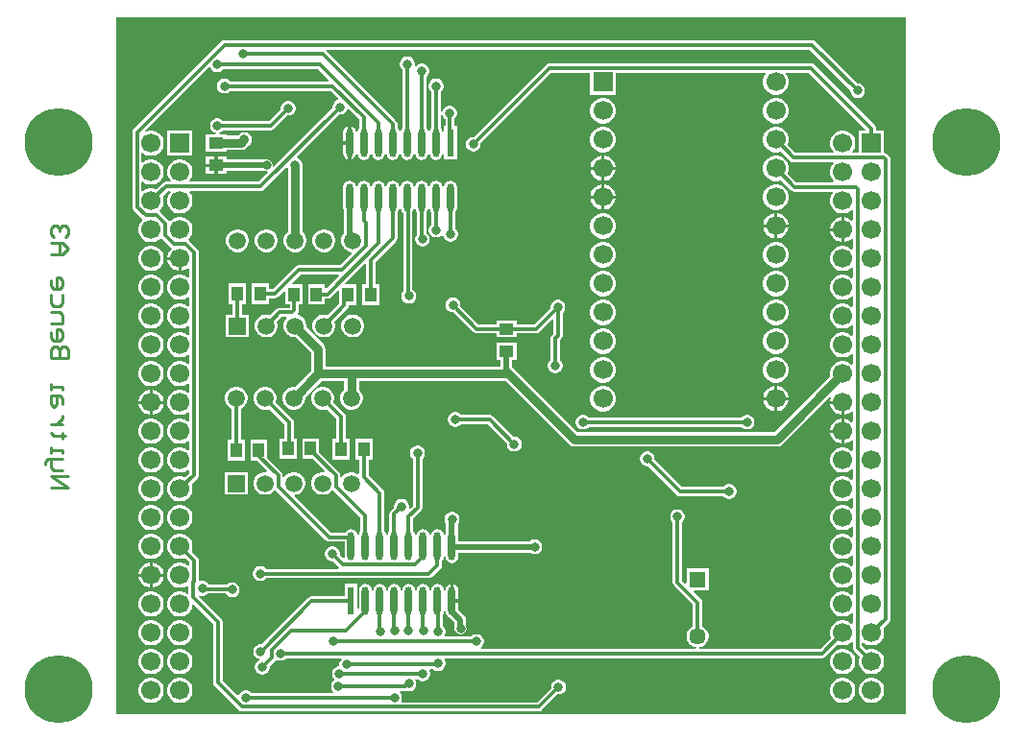
<source format=gbl>
G04*
G04 #@! TF.GenerationSoftware,Altium Limited,Altium Designer,24.2.2 (26)*
G04*
G04 Layer_Physical_Order=2*
G04 Layer_Color=16711680*
%FSLAX25Y25*%
%MOIN*%
G70*
G04*
G04 #@! TF.SameCoordinates,C094F21F-3D64-4DBD-B291-BB1914DD33BA*
G04*
G04*
G04 #@! TF.FilePolarity,Positive*
G04*
G01*
G75*
%ADD13C,0.01000*%
%ADD23C,0.06693*%
%ADD24R,0.06693X0.06693*%
%ADD32R,0.03937X0.05118*%
%ADD33R,0.05118X0.03937*%
%ADD36C,0.01181*%
%ADD37C,0.02953*%
%ADD38C,0.01968*%
%ADD39C,0.05709*%
%ADD40R,0.05709X0.05709*%
%ADD41C,0.05906*%
%ADD42R,0.05906X0.05906*%
%ADD43R,0.06693X0.06693*%
%ADD44C,0.23622*%
%ADD45C,0.03150*%
G04:AMPARAMS|DCode=46|XSize=97.4mil|YSize=24.49mil|CornerRadius=12.25mil|HoleSize=0mil|Usage=FLASHONLY|Rotation=90.000|XOffset=0mil|YOffset=0mil|HoleType=Round|Shape=RoundedRectangle|*
%AMROUNDEDRECTD46*
21,1,0.09740,0.00000,0,0,90.0*
21,1,0.07291,0.02449,0,0,90.0*
1,1,0.02449,0.00000,0.03646*
1,1,0.02449,0.00000,-0.03646*
1,1,0.02449,0.00000,-0.03646*
1,1,0.02449,0.00000,0.03646*
%
%ADD46ROUNDEDRECTD46*%
%ADD47R,0.02449X0.09740*%
G36*
X314100Y11607D02*
X313600Y11400D01*
X40200D01*
Y253400D01*
X314100D01*
Y11607D01*
D02*
G37*
%LPC*%
G36*
X281435Y245387D02*
X77589D01*
X76968Y245264D01*
X76442Y244912D01*
X46116Y214586D01*
X45765Y214060D01*
X45641Y213439D01*
Y187555D01*
X45765Y186934D01*
X46116Y186408D01*
X49087Y183438D01*
X49145Y183399D01*
X49208Y182755D01*
X48722Y182269D01*
X48150Y181278D01*
X47854Y180172D01*
Y179028D01*
X48150Y177922D01*
X48722Y176931D01*
X49531Y176122D01*
X50522Y175550D01*
X51628Y175253D01*
X52772D01*
X53878Y175550D01*
X54869Y176122D01*
X55352Y176605D01*
X55996Y176542D01*
X56022Y176503D01*
X59071Y173453D01*
X59161Y173393D01*
X59225Y172749D01*
X58735Y172259D01*
X58164Y171272D01*
X57875Y170191D01*
X62200D01*
Y169600D01*
X62791D01*
Y165275D01*
X63872Y165564D01*
X64859Y166135D01*
X65053Y166329D01*
X65515Y166138D01*
Y163085D01*
X65053Y162893D01*
X64869Y163078D01*
X63878Y163650D01*
X62772Y163946D01*
X61628D01*
X60522Y163650D01*
X59531Y163078D01*
X58722Y162269D01*
X58150Y161278D01*
X57854Y160172D01*
Y159028D01*
X58150Y157922D01*
X58722Y156931D01*
X59531Y156122D01*
X60522Y155550D01*
X61628Y155254D01*
X62772D01*
X63878Y155550D01*
X64869Y156122D01*
X65053Y156307D01*
X65515Y156115D01*
Y153085D01*
X65053Y152893D01*
X64869Y153078D01*
X63878Y153650D01*
X62772Y153946D01*
X61628D01*
X60522Y153650D01*
X59531Y153078D01*
X58722Y152269D01*
X58150Y151278D01*
X57854Y150172D01*
Y149028D01*
X58150Y147922D01*
X58722Y146931D01*
X59531Y146122D01*
X60522Y145550D01*
X61628Y145254D01*
X62772D01*
X63878Y145550D01*
X64869Y146122D01*
X65053Y146307D01*
X65515Y146115D01*
Y143085D01*
X65053Y142894D01*
X64869Y143078D01*
X63878Y143650D01*
X62772Y143947D01*
X61628D01*
X60522Y143650D01*
X59531Y143078D01*
X58722Y142269D01*
X58150Y141278D01*
X57854Y140172D01*
Y139028D01*
X58150Y137922D01*
X58722Y136931D01*
X59531Y136122D01*
X60522Y135550D01*
X61628Y135254D01*
X62772D01*
X63878Y135550D01*
X64869Y136122D01*
X65053Y136307D01*
X65515Y136115D01*
Y133085D01*
X65053Y132894D01*
X64869Y133078D01*
X63878Y133650D01*
X62772Y133947D01*
X61628D01*
X60522Y133650D01*
X59531Y133078D01*
X58722Y132269D01*
X58150Y131278D01*
X57854Y130172D01*
Y129028D01*
X58150Y127922D01*
X58722Y126931D01*
X59531Y126122D01*
X60522Y125550D01*
X61628Y125253D01*
X62772D01*
X63878Y125550D01*
X64869Y126122D01*
X65053Y126306D01*
X65515Y126115D01*
Y123085D01*
X65053Y122894D01*
X64869Y123078D01*
X63878Y123650D01*
X62772Y123946D01*
X61628D01*
X60522Y123650D01*
X59531Y123078D01*
X58722Y122269D01*
X58150Y121278D01*
X57854Y120172D01*
Y119028D01*
X58150Y117922D01*
X58722Y116931D01*
X59531Y116122D01*
X60522Y115550D01*
X61628Y115253D01*
X62772D01*
X63878Y115550D01*
X64869Y116122D01*
X65053Y116306D01*
X65515Y116115D01*
Y113085D01*
X65053Y112893D01*
X64869Y113078D01*
X63878Y113650D01*
X62772Y113946D01*
X61628D01*
X60522Y113650D01*
X59531Y113078D01*
X58722Y112269D01*
X58150Y111278D01*
X57854Y110172D01*
Y109028D01*
X58150Y107922D01*
X58722Y106931D01*
X59531Y106122D01*
X60522Y105550D01*
X61628Y105254D01*
X62772D01*
X63878Y105550D01*
X64869Y106122D01*
X65053Y106307D01*
X65515Y106115D01*
Y103085D01*
X65053Y102893D01*
X64869Y103078D01*
X63878Y103650D01*
X62772Y103946D01*
X61628D01*
X60522Y103650D01*
X59531Y103078D01*
X58722Y102269D01*
X58150Y101278D01*
X57854Y100172D01*
Y99028D01*
X58150Y97922D01*
X58722Y96931D01*
X59531Y96122D01*
X60522Y95550D01*
X61628Y95253D01*
X62772D01*
X63878Y95550D01*
X64869Y96122D01*
X65053Y96307D01*
X65515Y96115D01*
Y95209D01*
X63928Y93621D01*
X63878Y93650D01*
X62772Y93946D01*
X61628D01*
X60522Y93650D01*
X59531Y93078D01*
X58722Y92269D01*
X58150Y91278D01*
X57854Y90172D01*
Y89028D01*
X58150Y87922D01*
X58722Y86931D01*
X59531Y86122D01*
X60522Y85550D01*
X61628Y85254D01*
X62772D01*
X63878Y85550D01*
X64869Y86122D01*
X65678Y86931D01*
X66250Y87922D01*
X66546Y89028D01*
Y90172D01*
X66250Y91278D01*
X66221Y91328D01*
X68284Y93390D01*
X68635Y93916D01*
X68759Y94537D01*
Y171645D01*
X68635Y172266D01*
X68284Y172792D01*
X65329Y175747D01*
X65252Y175798D01*
X65188Y176442D01*
X65678Y176931D01*
X66250Y177922D01*
X66546Y179028D01*
Y180172D01*
X66250Y181278D01*
X65678Y182269D01*
X64869Y183078D01*
X63878Y183650D01*
X62772Y183947D01*
X61628D01*
X60522Y183650D01*
X59531Y183078D01*
X59035Y182582D01*
X58392Y182646D01*
X58315Y182760D01*
X55344Y185731D01*
X55249Y185795D01*
X55185Y186439D01*
X55678Y186931D01*
X56250Y187922D01*
X56546Y189028D01*
Y190172D01*
X56250Y191278D01*
X56221Y191328D01*
X57935Y193041D01*
X58841D01*
X59032Y192579D01*
X58722Y192269D01*
X58150Y191278D01*
X57854Y190172D01*
Y189028D01*
X58150Y187922D01*
X58722Y186931D01*
X59531Y186122D01*
X60522Y185550D01*
X61628Y185254D01*
X62772D01*
X63878Y185550D01*
X64869Y186122D01*
X65678Y186931D01*
X66250Y187922D01*
X66546Y189028D01*
Y190172D01*
X66250Y191278D01*
X65678Y192269D01*
X65368Y192579D01*
X65559Y193041D01*
X90163D01*
X90784Y193165D01*
X91310Y193516D01*
X99075Y201282D01*
X99575Y201075D01*
Y178865D01*
X98937Y178227D01*
X98417Y177326D01*
X98147Y176320D01*
Y175280D01*
X98417Y174274D01*
X98937Y173373D01*
X99673Y172637D01*
X100574Y172117D01*
X101580Y171847D01*
X102620D01*
X103626Y172117D01*
X104527Y172637D01*
X105263Y173373D01*
X105783Y174274D01*
X106053Y175280D01*
Y176320D01*
X105783Y177326D01*
X105263Y178227D01*
X104625Y178865D01*
Y201598D01*
X104675Y201784D01*
Y202463D01*
X104499Y203117D01*
X104160Y203705D01*
X103681Y204184D01*
X103094Y204523D01*
X102964Y204558D01*
X102834Y205041D01*
X117419Y219625D01*
X118039D01*
X118694Y219801D01*
X119281Y220140D01*
X119760Y220619D01*
X120099Y221206D01*
X120178Y221498D01*
X120735Y221648D01*
X124378Y218005D01*
Y215023D01*
X123904Y214314D01*
X123732Y213446D01*
X123252D01*
X123081Y214307D01*
X122592Y215038D01*
X121862Y215526D01*
X121590Y215580D01*
Y209800D01*
Y204020D01*
X121862Y204074D01*
X122592Y204562D01*
X123081Y205293D01*
X123252Y206154D01*
X123732D01*
X123904Y205287D01*
X124396Y204551D01*
X125132Y204059D01*
X126000Y203886D01*
X126868Y204059D01*
X127604Y204551D01*
X128096Y205287D01*
X128245Y206038D01*
X128755D01*
X128904Y205287D01*
X129396Y204551D01*
X130132Y204059D01*
X131000Y203886D01*
X131868Y204059D01*
X132604Y204551D01*
X133096Y205287D01*
X133245Y206038D01*
X133755D01*
X133904Y205287D01*
X134396Y204551D01*
X135132Y204059D01*
X136000Y203886D01*
X136868Y204059D01*
X137604Y204551D01*
X138096Y205287D01*
X138245Y206038D01*
X138755D01*
X138904Y205287D01*
X139396Y204551D01*
X140132Y204059D01*
X141000Y203886D01*
X141868Y204059D01*
X142604Y204551D01*
X143096Y205287D01*
X143245Y206038D01*
X143755D01*
X143904Y205287D01*
X144396Y204551D01*
X145132Y204059D01*
X146000Y203886D01*
X146868Y204059D01*
X147604Y204551D01*
X148096Y205287D01*
X148245Y206038D01*
X148755D01*
X148904Y205287D01*
X149396Y204551D01*
X150132Y204059D01*
X151000Y203886D01*
X151868Y204059D01*
X152604Y204551D01*
X153096Y205287D01*
X153268Y206154D01*
Y213446D01*
X153096Y214314D01*
X152672Y214948D01*
Y219522D01*
X153172Y219587D01*
X153301Y219106D01*
X153640Y218519D01*
X154119Y218040D01*
X154228Y217977D01*
Y215670D01*
X153775D01*
Y203930D01*
X158225D01*
Y215670D01*
X157472D01*
Y218230D01*
X157760Y218519D01*
X158099Y219106D01*
X158275Y219761D01*
Y220439D01*
X158099Y221094D01*
X157760Y221681D01*
X157281Y222160D01*
X156694Y222499D01*
X156039Y222675D01*
X155361D01*
X154706Y222499D01*
X154119Y222160D01*
X153640Y221681D01*
X153301Y221094D01*
X153172Y220613D01*
X152672Y220678D01*
Y227434D01*
X152681Y227440D01*
X153160Y227919D01*
X153499Y228506D01*
X153675Y229161D01*
Y229839D01*
X153499Y230494D01*
X153160Y231081D01*
X152681Y231560D01*
X152094Y231899D01*
X151439Y232075D01*
X150761D01*
X150106Y231899D01*
X149519Y231560D01*
X149040Y231081D01*
X148701Y230494D01*
X148525Y229839D01*
Y229161D01*
X148701Y228506D01*
X149040Y227919D01*
X149428Y227530D01*
Y215071D01*
X149396Y215050D01*
X148904Y214314D01*
X148755Y213562D01*
X148245D01*
X148096Y214314D01*
X147672Y214948D01*
Y232634D01*
X147681Y232640D01*
X148160Y233119D01*
X148499Y233706D01*
X148675Y234361D01*
Y235039D01*
X148499Y235694D01*
X148160Y236281D01*
X147681Y236760D01*
X147094Y237099D01*
X146439Y237275D01*
X145761D01*
X145106Y237099D01*
X144519Y236760D01*
X144040Y236281D01*
X144035Y236272D01*
X143569Y236466D01*
X143675Y236861D01*
Y237539D01*
X143499Y238194D01*
X143160Y238781D01*
X142681Y239260D01*
X142094Y239599D01*
X141439Y239775D01*
X140761D01*
X140106Y239599D01*
X139519Y239260D01*
X139040Y238781D01*
X138701Y238194D01*
X138525Y237539D01*
Y236861D01*
X138701Y236206D01*
X139040Y235619D01*
X139428Y235230D01*
Y215071D01*
X139396Y215050D01*
X138904Y214314D01*
X138755Y213562D01*
X138245D01*
X138096Y214314D01*
X137622Y215023D01*
Y216400D01*
X137498Y217021D01*
X137147Y217547D01*
X113050Y241644D01*
X113168Y242049D01*
X113237Y242144D01*
X280763D01*
X294725Y228181D01*
Y227561D01*
X294901Y226906D01*
X295240Y226319D01*
X295719Y225840D01*
X296306Y225501D01*
X296961Y225325D01*
X297639D01*
X298294Y225501D01*
X298881Y225840D01*
X299360Y226319D01*
X299699Y226906D01*
X299875Y227561D01*
Y228239D01*
X299699Y228894D01*
X299360Y229481D01*
X298881Y229960D01*
X298294Y230299D01*
X297639Y230475D01*
X297019D01*
X282581Y244912D01*
X282055Y245264D01*
X281435Y245387D01*
D02*
G37*
G36*
X209472Y225247D02*
X208328D01*
X207222Y224950D01*
X206231Y224378D01*
X205422Y223569D01*
X204850Y222578D01*
X204554Y221472D01*
Y220328D01*
X204850Y219222D01*
X205422Y218231D01*
X206231Y217422D01*
X207222Y216850D01*
X208328Y216553D01*
X209472D01*
X210578Y216850D01*
X211569Y217422D01*
X212378Y218231D01*
X212950Y219222D01*
X213246Y220328D01*
Y221472D01*
X212950Y222578D01*
X212378Y223569D01*
X211569Y224378D01*
X210578Y224950D01*
X209472Y225247D01*
D02*
G37*
G36*
X269472Y225246D02*
X268328D01*
X267222Y224950D01*
X266231Y224378D01*
X265422Y223568D01*
X264850Y222577D01*
X264553Y221472D01*
Y220327D01*
X264850Y219222D01*
X265422Y218231D01*
X266231Y217422D01*
X267222Y216849D01*
X268328Y216553D01*
X269472D01*
X270578Y216849D01*
X271569Y217422D01*
X272378Y218231D01*
X272950Y219222D01*
X273247Y220327D01*
Y221472D01*
X272950Y222577D01*
X272378Y223568D01*
X271569Y224378D01*
X270578Y224950D01*
X269472Y225246D01*
D02*
G37*
G36*
X120409Y215580D02*
X120138Y215526D01*
X119407Y215038D01*
X118919Y214307D01*
X118748Y213446D01*
Y210391D01*
X120409D01*
Y215580D01*
D02*
G37*
G36*
X209472Y215247D02*
X208328D01*
X207222Y214950D01*
X206231Y214378D01*
X205422Y213569D01*
X204850Y212578D01*
X204554Y211472D01*
Y210328D01*
X204850Y209222D01*
X205422Y208231D01*
X206231Y207422D01*
X207222Y206850D01*
X208328Y206554D01*
X209472D01*
X210578Y206850D01*
X211569Y207422D01*
X212378Y208231D01*
X212950Y209222D01*
X213246Y210328D01*
Y211472D01*
X212950Y212578D01*
X212378Y213569D01*
X211569Y214378D01*
X210578Y214950D01*
X209472Y215247D01*
D02*
G37*
G36*
X281081Y237459D02*
X190437D01*
X189816Y237335D01*
X189290Y236984D01*
X164181Y211875D01*
X163561D01*
X162906Y211699D01*
X162319Y211360D01*
X161840Y210881D01*
X161501Y210294D01*
X161325Y209639D01*
Y208961D01*
X161501Y208306D01*
X161840Y207719D01*
X162319Y207240D01*
X162906Y206901D01*
X163561Y206725D01*
X164239D01*
X164894Y206901D01*
X165481Y207240D01*
X165960Y207719D01*
X166299Y208306D01*
X166475Y208961D01*
Y209581D01*
X191109Y234215D01*
X204554D01*
Y226554D01*
X213246D01*
Y234215D01*
X265416D01*
X265607Y233753D01*
X265422Y233568D01*
X264850Y232577D01*
X264553Y231472D01*
Y230327D01*
X264850Y229222D01*
X265422Y228231D01*
X266231Y227422D01*
X267222Y226849D01*
X268328Y226553D01*
X269472D01*
X270578Y226849D01*
X271569Y227422D01*
X272378Y228231D01*
X272950Y229222D01*
X273247Y230327D01*
Y231472D01*
X272950Y232577D01*
X272378Y233568D01*
X272193Y233753D01*
X272384Y234215D01*
X280409D01*
X300178Y214446D01*
X299971Y213947D01*
X297853D01*
Y206285D01*
X295685D01*
X295494Y206747D01*
X295678Y206931D01*
X296250Y207922D01*
X296547Y209028D01*
Y210172D01*
X296250Y211278D01*
X295678Y212269D01*
X294869Y213078D01*
X293878Y213650D01*
X292772Y213947D01*
X291628D01*
X290522Y213650D01*
X289531Y213078D01*
X288722Y212269D01*
X288150Y211278D01*
X287854Y210172D01*
Y209028D01*
X288150Y207922D01*
X288722Y206931D01*
X288907Y206747D01*
X288715Y206285D01*
X278938D01*
X278764Y206295D01*
X278714Y206289D01*
X278666Y206298D01*
X275795D01*
X272921Y209172D01*
X272950Y209222D01*
X273247Y210327D01*
Y211472D01*
X272950Y212577D01*
X272378Y213568D01*
X271569Y214378D01*
X270578Y214950D01*
X269472Y215246D01*
X268328D01*
X267222Y214950D01*
X266231Y214378D01*
X265422Y213568D01*
X264850Y212577D01*
X264553Y211472D01*
Y210327D01*
X264850Y209222D01*
X265422Y208231D01*
X266231Y207422D01*
X267222Y206849D01*
X268328Y206553D01*
X269472D01*
X270578Y206849D01*
X270628Y206878D01*
X273976Y203530D01*
X274502Y203178D01*
X275123Y203055D01*
X278616D01*
X278791Y203044D01*
X278840Y203051D01*
X278889Y203041D01*
X288841D01*
X289033Y202579D01*
X288722Y202269D01*
X288150Y201278D01*
X287854Y200172D01*
Y199028D01*
X288150Y197922D01*
X288722Y196931D01*
X289032Y196622D01*
X288824Y196122D01*
X275971D01*
X272921Y199172D01*
X272950Y199222D01*
X273247Y200327D01*
Y201472D01*
X272950Y202577D01*
X272378Y203568D01*
X271569Y204378D01*
X270578Y204950D01*
X269472Y205246D01*
X268328D01*
X267222Y204950D01*
X266231Y204378D01*
X265422Y203568D01*
X264850Y202577D01*
X264553Y201472D01*
Y200327D01*
X264850Y199222D01*
X265422Y198231D01*
X266231Y197422D01*
X267222Y196849D01*
X268328Y196553D01*
X269472D01*
X270578Y196849D01*
X270628Y196878D01*
X274153Y193353D01*
X274679Y193002D01*
X275300Y192878D01*
X288678D01*
X288870Y192416D01*
X288722Y192269D01*
X288150Y191278D01*
X287854Y190172D01*
Y189028D01*
X288150Y187922D01*
X288722Y186931D01*
X289531Y186122D01*
X290522Y185550D01*
X291628Y185254D01*
X292772D01*
X293878Y185550D01*
X294869Y186122D01*
X295179Y186433D01*
X295641Y186241D01*
Y182937D01*
X295179Y182745D01*
X294859Y183065D01*
X293872Y183636D01*
X292791Y183925D01*
Y179600D01*
Y175275D01*
X293872Y175564D01*
X294859Y176135D01*
X295179Y176455D01*
X295641Y176263D01*
Y172959D01*
X295179Y172767D01*
X294869Y173078D01*
X293878Y173650D01*
X292772Y173946D01*
X291628D01*
X290522Y173650D01*
X289531Y173078D01*
X288722Y172269D01*
X288150Y171278D01*
X287854Y170172D01*
Y169028D01*
X288150Y167922D01*
X288722Y166931D01*
X289531Y166122D01*
X290522Y165550D01*
X291628Y165253D01*
X292772D01*
X293878Y165550D01*
X294869Y166122D01*
X295179Y166432D01*
X295641Y166241D01*
Y162959D01*
X295179Y162768D01*
X294869Y163078D01*
X293878Y163650D01*
X292772Y163946D01*
X291628D01*
X290522Y163650D01*
X289531Y163078D01*
X288722Y162269D01*
X288150Y161278D01*
X287854Y160172D01*
Y159028D01*
X288150Y157922D01*
X288722Y156931D01*
X289531Y156122D01*
X290522Y155550D01*
X291628Y155254D01*
X292772D01*
X293878Y155550D01*
X294869Y156122D01*
X295179Y156432D01*
X295641Y156241D01*
Y152959D01*
X295179Y152768D01*
X294869Y153078D01*
X293878Y153650D01*
X292772Y153946D01*
X291628D01*
X290522Y153650D01*
X289531Y153078D01*
X288722Y152269D01*
X288150Y151278D01*
X287854Y150172D01*
Y149028D01*
X288150Y147922D01*
X288722Y146931D01*
X289531Y146122D01*
X290522Y145550D01*
X291628Y145254D01*
X292772D01*
X293878Y145550D01*
X294869Y146122D01*
X295179Y146432D01*
X295641Y146241D01*
Y142959D01*
X295179Y142768D01*
X294869Y143078D01*
X293878Y143650D01*
X292772Y143947D01*
X291628D01*
X290522Y143650D01*
X289531Y143078D01*
X288722Y142269D01*
X288150Y141278D01*
X287854Y140172D01*
Y139028D01*
X288150Y137922D01*
X288722Y136931D01*
X289531Y136122D01*
X290522Y135550D01*
X291628Y135254D01*
X292772D01*
X293878Y135550D01*
X294869Y136122D01*
X295179Y136433D01*
X295641Y136241D01*
Y132959D01*
X295179Y132767D01*
X294869Y133078D01*
X293878Y133650D01*
X292772Y133947D01*
X291628D01*
X290522Y133650D01*
X289531Y133078D01*
X288722Y132269D01*
X288150Y131278D01*
X287854Y130172D01*
Y129028D01*
X287896Y128867D01*
X268354Y109325D01*
X200146D01*
X177523Y131948D01*
Y134358D01*
X179059D01*
Y140295D01*
X171941D01*
Y134358D01*
X173477D01*
Y132125D01*
X112725D01*
Y138113D01*
X112533Y139080D01*
X111985Y139899D01*
X106053Y145831D01*
Y146734D01*
X105783Y147739D01*
X105263Y148641D01*
X104527Y149376D01*
X103626Y149897D01*
X103194Y150013D01*
X103086Y150559D01*
X103361Y150971D01*
X103485Y151592D01*
Y153641D01*
X104631D01*
Y160759D01*
X101392D01*
X101200Y161221D01*
X104017Y164037D01*
X117168D01*
X117359Y163575D01*
X113005Y159222D01*
X112505Y159429D01*
Y160759D01*
X106569D01*
Y153641D01*
X112505D01*
Y155578D01*
X113277D01*
X113898Y155702D01*
X114424Y156053D01*
X117070Y158699D01*
X117532Y158508D01*
Y155779D01*
X117500Y155622D01*
Y153907D01*
X113519Y149925D01*
X112620Y150166D01*
X111580D01*
X110574Y149897D01*
X109673Y149376D01*
X108937Y148641D01*
X108417Y147739D01*
X108147Y146734D01*
Y145693D01*
X108417Y144688D01*
X108937Y143786D01*
X109673Y143050D01*
X110574Y142530D01*
X111580Y142261D01*
X112620D01*
X113626Y142530D01*
X114527Y143050D01*
X115263Y143786D01*
X115783Y144688D01*
X116053Y145693D01*
Y146734D01*
X115812Y147632D01*
X120269Y152089D01*
X120620Y152615D01*
X120744Y153235D01*
Y153441D01*
X123468D01*
Y160559D01*
X119583D01*
X119392Y161021D01*
X126290Y167920D01*
X126752Y167728D01*
Y160559D01*
X125406D01*
Y153441D01*
X131342D01*
Y160559D01*
X129996D01*
Y168393D01*
X137147Y175544D01*
X137498Y176070D01*
X137622Y176691D01*
Y185553D01*
X138096Y186262D01*
X138245Y187014D01*
X138755D01*
X138904Y186262D01*
X139396Y185527D01*
X139621Y185376D01*
Y158262D01*
X139540Y158181D01*
X139201Y157594D01*
X139025Y156939D01*
Y156261D01*
X139201Y155606D01*
X139540Y155019D01*
X140019Y154540D01*
X140606Y154201D01*
X141261Y154025D01*
X141939D01*
X142594Y154201D01*
X143181Y154540D01*
X143660Y155019D01*
X143999Y155606D01*
X144175Y156261D01*
Y156939D01*
X143999Y157594D01*
X143660Y158181D01*
X143181Y158660D01*
X142864Y158843D01*
Y185916D01*
X143096Y186262D01*
X143245Y187014D01*
X143755D01*
X143904Y186262D01*
X144396Y185527D01*
X144528Y185438D01*
Y178170D01*
X144240Y177881D01*
X143901Y177294D01*
X143725Y176639D01*
Y175961D01*
X143901Y175306D01*
X144240Y174719D01*
X144719Y174240D01*
X145306Y173901D01*
X145961Y173725D01*
X146639D01*
X147294Y173901D01*
X147881Y174240D01*
X148360Y174719D01*
X148699Y175306D01*
X148875Y175961D01*
Y176639D01*
X148699Y177294D01*
X148360Y177881D01*
X147881Y178360D01*
X147772Y178423D01*
Y185778D01*
X148096Y186262D01*
X148245Y187014D01*
X148755D01*
X148904Y186262D01*
X149378Y185553D01*
Y181520D01*
X148940Y181081D01*
X148601Y180494D01*
X148425Y179839D01*
Y179161D01*
X148601Y178506D01*
X148940Y177919D01*
X149419Y177440D01*
X150006Y177101D01*
X150661Y176925D01*
X151339D01*
X151994Y177101D01*
X152581Y177440D01*
X153025Y177884D01*
X153221Y177864D01*
X153397Y177805D01*
X153532Y177736D01*
X153701Y177106D01*
X154040Y176519D01*
X154519Y176040D01*
X155106Y175701D01*
X155761Y175525D01*
X156439D01*
X157094Y175701D01*
X157681Y176040D01*
X158160Y176519D01*
X158499Y177106D01*
X158675Y177761D01*
Y178439D01*
X158499Y179094D01*
X158160Y179681D01*
X157681Y180160D01*
X157622Y180195D01*
Y185553D01*
X158096Y186262D01*
X158268Y187130D01*
Y194422D01*
X158096Y195290D01*
X157604Y196025D01*
X156868Y196517D01*
X156000Y196690D01*
X155132Y196517D01*
X154396Y196025D01*
X153904Y195290D01*
X153755Y194538D01*
X153245D01*
X153096Y195290D01*
X152604Y196025D01*
X151868Y196517D01*
X151000Y196690D01*
X150132Y196517D01*
X149396Y196025D01*
X148904Y195290D01*
X148755Y194538D01*
X148245D01*
X148096Y195290D01*
X147604Y196025D01*
X146868Y196517D01*
X146000Y196690D01*
X145132Y196517D01*
X144396Y196025D01*
X143904Y195290D01*
X143755Y194538D01*
X143245D01*
X143096Y195290D01*
X142604Y196025D01*
X141868Y196517D01*
X141000Y196690D01*
X140132Y196517D01*
X139396Y196025D01*
X138904Y195290D01*
X138755Y194538D01*
X138245D01*
X138096Y195290D01*
X137604Y196025D01*
X136868Y196517D01*
X136000Y196690D01*
X135132Y196517D01*
X134396Y196025D01*
X133904Y195290D01*
X133755Y194538D01*
X133245D01*
X133096Y195290D01*
X132604Y196025D01*
X131868Y196517D01*
X131000Y196690D01*
X130132Y196517D01*
X129396Y196025D01*
X128904Y195290D01*
X128755Y194538D01*
X128245D01*
X128096Y195290D01*
X127604Y196025D01*
X126868Y196517D01*
X126000Y196690D01*
X125132Y196517D01*
X124396Y196025D01*
X123904Y195290D01*
X123755Y194538D01*
X123245D01*
X123096Y195290D01*
X122604Y196025D01*
X121868Y196517D01*
X121000Y196690D01*
X120132Y196517D01*
X119396Y196025D01*
X118904Y195290D01*
X118732Y194422D01*
Y187130D01*
X118904Y186262D01*
X118977Y186154D01*
Y178267D01*
X118937Y178227D01*
X118417Y177326D01*
X118147Y176320D01*
Y175280D01*
X118417Y174274D01*
X118937Y173373D01*
X119673Y172637D01*
X120574Y172117D01*
X121580Y171847D01*
X121626D01*
X121817Y171385D01*
X117712Y167281D01*
X103345D01*
X102725Y167157D01*
X102198Y166806D01*
X94414Y159022D01*
X92980D01*
Y160959D01*
X87042D01*
Y153841D01*
X92980D01*
Y155778D01*
X95086D01*
X95707Y155902D01*
X96233Y156253D01*
X98233Y158253D01*
X98694Y158062D01*
Y153641D01*
X100241D01*
Y152522D01*
X96787D01*
X96166Y152398D01*
X95640Y152047D01*
X93519Y149925D01*
X92620Y150166D01*
X91580D01*
X90574Y149897D01*
X89673Y149376D01*
X88937Y148641D01*
X88417Y147739D01*
X88147Y146734D01*
Y145693D01*
X88417Y144688D01*
X88937Y143786D01*
X89673Y143050D01*
X90574Y142530D01*
X91580Y142261D01*
X92620D01*
X93626Y142530D01*
X94527Y143050D01*
X95263Y143786D01*
X95783Y144688D01*
X96053Y145693D01*
Y146734D01*
X95812Y147632D01*
X97458Y149278D01*
X98922D01*
X99113Y148816D01*
X98937Y148641D01*
X98417Y147739D01*
X98147Y146734D01*
Y145693D01*
X98417Y144688D01*
X98937Y143786D01*
X99673Y143050D01*
X100574Y142530D01*
X101580Y142261D01*
X102482D01*
X107675Y137068D01*
Y130646D01*
X102082Y125053D01*
X101180D01*
X100174Y124783D01*
X99273Y124263D01*
X98537Y123527D01*
X98017Y122626D01*
X97747Y121620D01*
Y120580D01*
X98017Y119574D01*
X98537Y118673D01*
X99273Y117937D01*
X100174Y117417D01*
X101180Y117147D01*
X102220D01*
X103226Y117417D01*
X104127Y117937D01*
X104863Y118673D01*
X105383Y119574D01*
X105653Y120580D01*
Y121482D01*
X111246Y127075D01*
X119175D01*
Y124165D01*
X118537Y123527D01*
X118017Y122626D01*
X117747Y121620D01*
Y120580D01*
X118017Y119574D01*
X118537Y118673D01*
X119273Y117937D01*
X120174Y117417D01*
X121180Y117147D01*
X122220D01*
X123226Y117417D01*
X124127Y117937D01*
X124863Y118673D01*
X125383Y119574D01*
X125653Y120580D01*
Y121620D01*
X125383Y122626D01*
X124863Y123527D01*
X124225Y124165D01*
Y127075D01*
X175254D01*
X197315Y105015D01*
X198134Y104467D01*
X199100Y104275D01*
X269400D01*
X270366Y104467D01*
X271185Y105015D01*
X287785Y121614D01*
X288185Y121307D01*
X288164Y121272D01*
X287875Y120191D01*
X292200D01*
Y119600D01*
X292791D01*
Y115275D01*
X293872Y115564D01*
X294859Y116135D01*
X295179Y116455D01*
X295641Y116263D01*
Y112936D01*
X295179Y112745D01*
X294859Y113065D01*
X293872Y113636D01*
X292791Y113925D01*
Y109600D01*
Y105275D01*
X293872Y105564D01*
X294859Y106135D01*
X295179Y106455D01*
X295641Y106263D01*
Y102959D01*
X295179Y102768D01*
X294869Y103078D01*
X293878Y103650D01*
X292772Y103946D01*
X291628D01*
X290522Y103650D01*
X289531Y103078D01*
X288722Y102269D01*
X288150Y101278D01*
X287854Y100172D01*
Y99028D01*
X288150Y97922D01*
X288722Y96931D01*
X289531Y96122D01*
X290522Y95550D01*
X291628Y95253D01*
X292772D01*
X293878Y95550D01*
X294869Y96122D01*
X295179Y96433D01*
X295641Y96241D01*
Y92959D01*
X295179Y92768D01*
X294869Y93078D01*
X293878Y93650D01*
X292772Y93946D01*
X291628D01*
X290522Y93650D01*
X289531Y93078D01*
X288722Y92269D01*
X288150Y91278D01*
X287854Y90172D01*
Y89028D01*
X288150Y87922D01*
X288722Y86931D01*
X289531Y86122D01*
X290522Y85550D01*
X291628Y85254D01*
X292772D01*
X293878Y85550D01*
X294869Y86122D01*
X295179Y86432D01*
X295641Y86241D01*
Y82959D01*
X295179Y82767D01*
X294869Y83078D01*
X293878Y83650D01*
X292772Y83947D01*
X291628D01*
X290522Y83650D01*
X289531Y83078D01*
X288722Y82269D01*
X288150Y81278D01*
X287854Y80172D01*
Y79028D01*
X288150Y77922D01*
X288722Y76931D01*
X289531Y76122D01*
X290522Y75550D01*
X291628Y75253D01*
X292772D01*
X293878Y75550D01*
X294869Y76122D01*
X295179Y76433D01*
X295641Y76241D01*
Y72959D01*
X295179Y72768D01*
X294869Y73078D01*
X293878Y73650D01*
X292772Y73946D01*
X291628D01*
X290522Y73650D01*
X289531Y73078D01*
X288722Y72269D01*
X288150Y71278D01*
X287854Y70172D01*
Y69028D01*
X288150Y67922D01*
X288722Y66931D01*
X289531Y66122D01*
X290522Y65550D01*
X291628Y65254D01*
X292772D01*
X293878Y65550D01*
X294869Y66122D01*
X295179Y66432D01*
X295641Y66241D01*
Y62959D01*
X295179Y62767D01*
X294869Y63078D01*
X293878Y63650D01*
X292772Y63946D01*
X291628D01*
X290522Y63650D01*
X289531Y63078D01*
X288722Y62269D01*
X288150Y61278D01*
X287854Y60172D01*
Y59028D01*
X288150Y57922D01*
X288722Y56931D01*
X289531Y56122D01*
X290522Y55550D01*
X291628Y55253D01*
X292772D01*
X293878Y55550D01*
X294869Y56122D01*
X295179Y56432D01*
X295641Y56241D01*
Y52959D01*
X295179Y52767D01*
X294869Y53078D01*
X293878Y53650D01*
X292772Y53947D01*
X291628D01*
X290522Y53650D01*
X289531Y53078D01*
X288722Y52269D01*
X288150Y51278D01*
X287854Y50172D01*
Y49028D01*
X288150Y47922D01*
X288722Y46931D01*
X289531Y46122D01*
X290522Y45550D01*
X291628Y45254D01*
X292772D01*
X293878Y45550D01*
X294869Y46122D01*
X295179Y46433D01*
X295641Y46241D01*
Y42959D01*
X295179Y42768D01*
X294869Y43078D01*
X293878Y43650D01*
X292772Y43946D01*
X291628D01*
X290522Y43650D01*
X289531Y43078D01*
X288722Y42269D01*
X288150Y41278D01*
X287854Y40172D01*
Y39028D01*
X288150Y37922D01*
X288179Y37872D01*
X284428Y34122D01*
X242442D01*
X242377Y34622D01*
X243288Y34866D01*
X244167Y35373D01*
X244884Y36091D01*
X245392Y36970D01*
X245654Y37950D01*
Y38965D01*
X245392Y39945D01*
X244884Y40824D01*
X244167Y41542D01*
X243422Y41972D01*
Y50185D01*
X243298Y50805D01*
X242947Y51331D01*
X240452Y53826D01*
X240643Y54288D01*
X245654D01*
Y61997D01*
X237946D01*
Y56986D01*
X237484Y56794D01*
X236422Y57856D01*
Y77880D01*
X236860Y78319D01*
X237199Y78906D01*
X237375Y79561D01*
Y80239D01*
X237199Y80894D01*
X236860Y81481D01*
X236381Y81960D01*
X235794Y82299D01*
X235139Y82475D01*
X234461D01*
X233806Y82299D01*
X233219Y81960D01*
X232740Y81481D01*
X232401Y80894D01*
X232225Y80239D01*
Y79561D01*
X232401Y78906D01*
X232740Y78319D01*
X233178Y77880D01*
Y57184D01*
X233302Y56564D01*
X233653Y56038D01*
X240178Y49513D01*
Y41972D01*
X239433Y41542D01*
X238716Y40824D01*
X238208Y39945D01*
X237946Y38965D01*
Y37950D01*
X238208Y36970D01*
X238716Y36091D01*
X239433Y35373D01*
X240312Y34866D01*
X241223Y34622D01*
X241158Y34122D01*
X166943D01*
X166842Y34283D01*
X166763Y34622D01*
X167160Y35019D01*
X167499Y35606D01*
X167675Y36261D01*
Y36939D01*
X167499Y37594D01*
X167160Y38181D01*
X166681Y38660D01*
X166094Y38999D01*
X165439Y39175D01*
X164761D01*
X164106Y38999D01*
X163519Y38660D01*
X163180Y38322D01*
X154281D01*
X153993Y38822D01*
X154099Y39006D01*
X154275Y39661D01*
Y40339D01*
X154099Y40994D01*
X153760Y41581D01*
X153281Y42060D01*
X153222Y42095D01*
Y45703D01*
X153596Y46262D01*
X153768Y47130D01*
X154248D01*
X154419Y46268D01*
X154907Y45538D01*
X155492Y45147D01*
X157351Y43288D01*
Y41326D01*
X157505Y40552D01*
X157943Y39895D01*
X158169Y39669D01*
X158826Y39231D01*
X159600Y39077D01*
X160374Y39231D01*
X161031Y39669D01*
X161469Y40326D01*
X161623Y41100D01*
X161469Y41874D01*
X161397Y41982D01*
Y44126D01*
X161243Y44900D01*
X160805Y45557D01*
X158752Y47609D01*
Y50185D01*
X156500D01*
Y50776D01*
X155909D01*
Y56556D01*
X155638Y56502D01*
X154907Y56014D01*
X154419Y55283D01*
X154248Y54421D01*
X153768D01*
X153596Y55289D01*
X153104Y56025D01*
X152368Y56517D01*
X151500Y56690D01*
X150632Y56517D01*
X149896Y56025D01*
X149404Y55289D01*
X149255Y54538D01*
X148745D01*
X148596Y55289D01*
X148104Y56025D01*
X147368Y56517D01*
X146500Y56690D01*
X145632Y56517D01*
X144896Y56025D01*
X144404Y55289D01*
X144255Y54538D01*
X143745D01*
X143596Y55289D01*
X143104Y56025D01*
X142368Y56517D01*
X141500Y56690D01*
X140632Y56517D01*
X139896Y56025D01*
X139404Y55289D01*
X139255Y54538D01*
X138745D01*
X138596Y55289D01*
X138104Y56025D01*
X137368Y56517D01*
X136500Y56690D01*
X135632Y56517D01*
X134896Y56025D01*
X134404Y55289D01*
X134255Y54538D01*
X133745D01*
X133596Y55289D01*
X133104Y56025D01*
X132368Y56517D01*
X131500Y56690D01*
X130632Y56517D01*
X129896Y56025D01*
X129404Y55289D01*
X129255Y54538D01*
X128745D01*
X128596Y55289D01*
X128104Y56025D01*
X127368Y56517D01*
X126500Y56690D01*
X125632Y56517D01*
X124896Y56025D01*
X124404Y55289D01*
X124232Y54421D01*
Y47633D01*
X124225Y47628D01*
X123725Y47895D01*
Y56646D01*
X119275D01*
Y52322D01*
X107839D01*
X107218Y52198D01*
X106692Y51847D01*
X90520Y35675D01*
X89861D01*
X89206Y35499D01*
X88619Y35160D01*
X88140Y34681D01*
X87801Y34094D01*
X87625Y33439D01*
Y32761D01*
X87801Y32106D01*
X88140Y31519D01*
X88619Y31040D01*
X89206Y30701D01*
X89634Y30586D01*
X89701Y30315D01*
X89678Y30057D01*
X89166Y29761D01*
X88687Y29282D01*
X88348Y28695D01*
X88172Y28040D01*
Y27362D01*
X88348Y26707D01*
X88687Y26120D01*
X89166Y25641D01*
X89753Y25302D01*
X90408Y25126D01*
X91086D01*
X91741Y25302D01*
X92328Y25641D01*
X92808Y26120D01*
X93147Y26707D01*
X93322Y27362D01*
Y27983D01*
X95181Y29842D01*
X95327Y30060D01*
X95558Y30360D01*
X95992Y30224D01*
X96206Y30101D01*
X96861Y29925D01*
X97539D01*
X98194Y30101D01*
X98781Y30440D01*
X99220Y30878D01*
X113406D01*
X113468Y30836D01*
X114089Y30713D01*
X116711D01*
X117332Y30836D01*
X117394Y30878D01*
X118030D01*
X118237Y30378D01*
X118059Y30200D01*
X117719Y29613D01*
X117544Y28958D01*
Y28280D01*
X117310Y27975D01*
X117161D01*
X116506Y27799D01*
X115919Y27460D01*
X115440Y26981D01*
X115101Y26394D01*
X114925Y25739D01*
Y25061D01*
X115101Y24406D01*
X115440Y23819D01*
X115557Y23702D01*
X115619Y23160D01*
X115537Y23078D01*
X115140Y22681D01*
X114801Y22094D01*
X114625Y21439D01*
Y20761D01*
X114801Y20106D01*
X115140Y19519D01*
X115437Y19222D01*
X115230Y18722D01*
X87120D01*
X86681Y19160D01*
X86094Y19499D01*
X85439Y19675D01*
X84761D01*
X84106Y19499D01*
X83519Y19160D01*
X83040Y18681D01*
X82701Y18094D01*
X82666Y17964D01*
X82183Y17834D01*
X76933Y23084D01*
Y43470D01*
X76810Y44091D01*
X76459Y44617D01*
X68816Y52260D01*
X68859Y52361D01*
X69110Y52673D01*
X69661Y52525D01*
X70339D01*
X70994Y52701D01*
X71581Y53040D01*
X71770Y53228D01*
X78119D01*
X78240Y53019D01*
X78719Y52540D01*
X79306Y52201D01*
X79961Y52025D01*
X80639D01*
X81294Y52201D01*
X81881Y52540D01*
X82360Y53019D01*
X82699Y53606D01*
X82875Y54261D01*
Y54939D01*
X82699Y55594D01*
X82360Y56181D01*
X81881Y56660D01*
X81294Y56999D01*
X80639Y57175D01*
X79961D01*
X79306Y56999D01*
X78719Y56660D01*
X78530Y56472D01*
X72181D01*
X72060Y56681D01*
X71581Y57160D01*
X70994Y57499D01*
X70339Y57675D01*
X69661D01*
X69259Y57567D01*
X68796Y57868D01*
X68759Y57933D01*
Y64663D01*
X68635Y65284D01*
X68284Y65810D01*
X66221Y67872D01*
X66250Y67922D01*
X66546Y69028D01*
Y70172D01*
X66250Y71278D01*
X65678Y72269D01*
X64869Y73078D01*
X63878Y73650D01*
X62772Y73946D01*
X61628D01*
X60522Y73650D01*
X59531Y73078D01*
X58722Y72269D01*
X58150Y71278D01*
X57854Y70172D01*
Y69028D01*
X58150Y67922D01*
X58722Y66931D01*
X59531Y66122D01*
X60522Y65550D01*
X61628Y65254D01*
X62772D01*
X63878Y65550D01*
X63928Y65579D01*
X65515Y63991D01*
Y63085D01*
X65053Y62893D01*
X64869Y63078D01*
X63878Y63650D01*
X62772Y63946D01*
X61628D01*
X60522Y63650D01*
X59531Y63078D01*
X58722Y62269D01*
X58150Y61278D01*
X57854Y60172D01*
Y59028D01*
X58150Y57922D01*
X58722Y56931D01*
X59531Y56122D01*
X60522Y55550D01*
X61628Y55253D01*
X62772D01*
X63878Y55550D01*
X64713Y56032D01*
X65213Y55812D01*
Y53388D01*
X64713Y53168D01*
X63878Y53650D01*
X62772Y53947D01*
X61628D01*
X60522Y53650D01*
X59531Y53078D01*
X58722Y52269D01*
X58150Y51278D01*
X57854Y50172D01*
Y49028D01*
X58150Y47922D01*
X58722Y46931D01*
X59531Y46122D01*
X60522Y45550D01*
X61628Y45254D01*
X62772D01*
X63878Y45550D01*
X64869Y46122D01*
X65678Y46931D01*
X66250Y47922D01*
X66546Y49028D01*
Y49289D01*
X67008Y49480D01*
X73690Y42799D01*
Y22412D01*
X73813Y21791D01*
X74165Y21265D01*
X82642Y12788D01*
X83168Y12436D01*
X83789Y12313D01*
X186635D01*
X187255Y12436D01*
X187781Y12788D01*
X193219Y18225D01*
X193839D01*
X194494Y18401D01*
X195081Y18740D01*
X195560Y19219D01*
X195899Y19806D01*
X196075Y20461D01*
Y21139D01*
X195899Y21794D01*
X195560Y22381D01*
X195081Y22860D01*
X194494Y23199D01*
X193839Y23375D01*
X193161D01*
X192506Y23199D01*
X191919Y22860D01*
X191440Y22381D01*
X191101Y21794D01*
X190925Y21139D01*
Y20519D01*
X185963Y15556D01*
X139182D01*
X138932Y15989D01*
X138999Y16106D01*
X139175Y16761D01*
Y17439D01*
X138999Y18094D01*
X138660Y18681D01*
X138363Y18978D01*
X138570Y19478D01*
X140232D01*
X140584Y19548D01*
X140606Y19536D01*
X141261Y19360D01*
X141939D01*
X142594Y19536D01*
X143181Y19875D01*
X143660Y20354D01*
X143999Y20941D01*
X144175Y21596D01*
Y22274D01*
X143999Y22929D01*
X143874Y23146D01*
X144120Y23633D01*
X144485Y23674D01*
X144819Y23340D01*
X145406Y23001D01*
X146061Y22825D01*
X146739D01*
X147394Y23001D01*
X147981Y23340D01*
X148460Y23819D01*
X148799Y24406D01*
X148975Y25061D01*
Y25739D01*
X148799Y26394D01*
X148664Y26628D01*
X148953Y27128D01*
X149930D01*
X150219Y26840D01*
X150806Y26501D01*
X151461Y26325D01*
X152139D01*
X152794Y26501D01*
X153381Y26840D01*
X153860Y27319D01*
X154199Y27906D01*
X154375Y28561D01*
Y29239D01*
X154199Y29894D01*
X153920Y30378D01*
X154101Y30878D01*
X285100D01*
X285721Y31002D01*
X286247Y31353D01*
X290472Y35579D01*
X290522Y35550D01*
X291628Y35254D01*
X292772D01*
X293878Y35550D01*
X294869Y36122D01*
X295179Y36432D01*
X295641Y36241D01*
Y34537D01*
X295765Y33916D01*
X296116Y33390D01*
X298179Y31328D01*
X298150Y31278D01*
X297853Y30172D01*
Y29028D01*
X298150Y27922D01*
X298722Y26931D01*
X299531Y26122D01*
X300522Y25550D01*
X301628Y25254D01*
X302772D01*
X303878Y25550D01*
X304869Y26122D01*
X305678Y26931D01*
X306250Y27922D01*
X306546Y29028D01*
Y30172D01*
X306250Y31278D01*
X305678Y32269D01*
X304869Y33078D01*
X303878Y33650D01*
X302772Y33946D01*
X301628D01*
X300522Y33650D01*
X300472Y33621D01*
X298885Y35209D01*
Y36115D01*
X299347Y36307D01*
X299531Y36122D01*
X300522Y35550D01*
X301628Y35254D01*
X302772D01*
X303878Y35550D01*
X304869Y36122D01*
X305678Y36931D01*
X306250Y37922D01*
X306546Y39028D01*
Y40172D01*
X306250Y41278D01*
X306221Y41328D01*
X308284Y43390D01*
X308635Y43916D01*
X308759Y44537D01*
X308759Y203482D01*
Y203971D01*
X308635Y204592D01*
X308284Y205118D01*
X307592Y205810D01*
X307066Y206161D01*
X306546Y206264D01*
Y213947D01*
X303822D01*
Y214718D01*
X303698Y215339D01*
X303347Y215865D01*
X282228Y236984D01*
X281702Y237335D01*
X281081Y237459D01*
D02*
G37*
G36*
X120409Y209209D02*
X118748D01*
Y206154D01*
X118919Y205293D01*
X119407Y204562D01*
X120138Y204074D01*
X120409Y204020D01*
Y209209D01*
D02*
G37*
G36*
X209490Y205225D02*
Y201491D01*
X213225D01*
X212936Y202572D01*
X212365Y203559D01*
X211559Y204365D01*
X210572Y204936D01*
X209490Y205225D01*
D02*
G37*
G36*
X208310D02*
X207228Y204936D01*
X206241Y204365D01*
X205435Y203559D01*
X204864Y202572D01*
X204575Y201491D01*
X208310D01*
Y205225D01*
D02*
G37*
G36*
X213225Y200309D02*
X209490D01*
Y196575D01*
X210572Y196864D01*
X211559Y197435D01*
X212365Y198241D01*
X212936Y199228D01*
X213225Y200309D01*
D02*
G37*
G36*
X208310D02*
X204575D01*
X204864Y199228D01*
X205435Y198241D01*
X206241Y197435D01*
X207228Y196864D01*
X208310Y196575D01*
Y200309D01*
D02*
G37*
G36*
X209490Y195225D02*
Y191491D01*
X213225D01*
X212936Y192572D01*
X212365Y193559D01*
X211559Y194365D01*
X210572Y194936D01*
X209490Y195225D01*
D02*
G37*
G36*
X208310D02*
X207228Y194936D01*
X206241Y194365D01*
X205435Y193559D01*
X204864Y192572D01*
X204575Y191491D01*
X208310D01*
Y195225D01*
D02*
G37*
G36*
X213225Y190309D02*
X209490D01*
Y186575D01*
X210572Y186864D01*
X211559Y187435D01*
X212365Y188241D01*
X212936Y189228D01*
X213225Y190309D01*
D02*
G37*
G36*
X208310D02*
X204575D01*
X204864Y189228D01*
X205435Y188241D01*
X206241Y187435D01*
X207228Y186864D01*
X208310Y186575D01*
Y190309D01*
D02*
G37*
G36*
X269472Y195246D02*
X268328D01*
X267222Y194950D01*
X266231Y194378D01*
X265422Y193568D01*
X264850Y192577D01*
X264553Y191472D01*
Y190327D01*
X264850Y189222D01*
X265422Y188231D01*
X266231Y187422D01*
X267222Y186849D01*
X268328Y186553D01*
X269472D01*
X270578Y186849D01*
X271569Y187422D01*
X272378Y188231D01*
X272950Y189222D01*
X273247Y190327D01*
Y191472D01*
X272950Y192577D01*
X272378Y193568D01*
X271569Y194378D01*
X270578Y194950D01*
X269472Y195246D01*
D02*
G37*
G36*
X269491Y185225D02*
Y181490D01*
X273225D01*
X272936Y182571D01*
X272365Y183559D01*
X271559Y184365D01*
X270572Y184935D01*
X269491Y185225D01*
D02*
G37*
G36*
X268309D02*
X267228Y184935D01*
X266241Y184365D01*
X265435Y183559D01*
X264864Y182571D01*
X264575Y181490D01*
X268309D01*
Y185225D01*
D02*
G37*
G36*
X291610Y183925D02*
X290528Y183636D01*
X289541Y183065D01*
X288735Y182259D01*
X288164Y181272D01*
X287875Y180191D01*
X291610D01*
Y183925D01*
D02*
G37*
G36*
X273225Y180309D02*
X269491D01*
Y176574D01*
X270572Y176864D01*
X271559Y177434D01*
X272365Y178241D01*
X272936Y179228D01*
X273225Y180309D01*
D02*
G37*
G36*
X268309D02*
X264575D01*
X264864Y179228D01*
X265435Y178241D01*
X266241Y177434D01*
X267228Y176864D01*
X268309Y176574D01*
Y180309D01*
D02*
G37*
G36*
X209472Y185247D02*
X208328D01*
X207222Y184950D01*
X206231Y184378D01*
X205422Y183569D01*
X204850Y182578D01*
X204554Y181472D01*
Y180328D01*
X204850Y179222D01*
X205422Y178231D01*
X206231Y177422D01*
X207222Y176850D01*
X208328Y176553D01*
X209472D01*
X210578Y176850D01*
X211569Y177422D01*
X212378Y178231D01*
X212950Y179222D01*
X213246Y180328D01*
Y181472D01*
X212950Y182578D01*
X212378Y183569D01*
X211569Y184378D01*
X210578Y184950D01*
X209472Y185247D01*
D02*
G37*
G36*
X291610Y179009D02*
X287875D01*
X288164Y177928D01*
X288735Y176941D01*
X289541Y176135D01*
X290528Y175564D01*
X291610Y175275D01*
Y179009D01*
D02*
G37*
G36*
X112620Y179753D02*
X111580D01*
X110574Y179483D01*
X109673Y178963D01*
X108937Y178227D01*
X108417Y177326D01*
X108147Y176320D01*
Y175280D01*
X108417Y174274D01*
X108937Y173373D01*
X109673Y172637D01*
X110574Y172117D01*
X111580Y171847D01*
X112620D01*
X113626Y172117D01*
X114527Y172637D01*
X115263Y173373D01*
X115783Y174274D01*
X116053Y175280D01*
Y176320D01*
X115783Y177326D01*
X115263Y178227D01*
X114527Y178963D01*
X113626Y179483D01*
X112620Y179753D01*
D02*
G37*
G36*
X92620D02*
X91580D01*
X90574Y179483D01*
X89673Y178963D01*
X88937Y178227D01*
X88417Y177326D01*
X88147Y176320D01*
Y175280D01*
X88417Y174274D01*
X88937Y173373D01*
X89673Y172637D01*
X90574Y172117D01*
X91580Y171847D01*
X92620D01*
X93626Y172117D01*
X94527Y172637D01*
X95263Y173373D01*
X95783Y174274D01*
X96053Y175280D01*
Y176320D01*
X95783Y177326D01*
X95263Y178227D01*
X94527Y178963D01*
X93626Y179483D01*
X92620Y179753D01*
D02*
G37*
G36*
X82620D02*
X81580D01*
X80574Y179483D01*
X79673Y178963D01*
X78937Y178227D01*
X78417Y177326D01*
X78147Y176320D01*
Y175280D01*
X78417Y174274D01*
X78937Y173373D01*
X79673Y172637D01*
X80574Y172117D01*
X81580Y171847D01*
X82620D01*
X83626Y172117D01*
X84527Y172637D01*
X85263Y173373D01*
X85783Y174274D01*
X86053Y175280D01*
Y176320D01*
X85783Y177326D01*
X85263Y178227D01*
X84527Y178963D01*
X83626Y179483D01*
X82620Y179753D01*
D02*
G37*
G36*
X209472Y175247D02*
X208328D01*
X207222Y174950D01*
X206231Y174378D01*
X205422Y173569D01*
X204850Y172578D01*
X204554Y171472D01*
Y170328D01*
X204850Y169222D01*
X205422Y168231D01*
X206231Y167422D01*
X207222Y166850D01*
X208328Y166553D01*
X209472D01*
X210578Y166850D01*
X211569Y167422D01*
X212378Y168231D01*
X212950Y169222D01*
X213246Y170328D01*
Y171472D01*
X212950Y172578D01*
X212378Y173569D01*
X211569Y174378D01*
X210578Y174950D01*
X209472Y175247D01*
D02*
G37*
G36*
X269472Y175246D02*
X268328D01*
X267222Y174950D01*
X266231Y174378D01*
X265422Y173568D01*
X264850Y172577D01*
X264553Y171472D01*
Y170327D01*
X264850Y169222D01*
X265422Y168231D01*
X266231Y167422D01*
X267222Y166849D01*
X268328Y166553D01*
X269472D01*
X270578Y166849D01*
X271569Y167422D01*
X272378Y168231D01*
X272950Y169222D01*
X273247Y170327D01*
Y171472D01*
X272950Y172577D01*
X272378Y173568D01*
X271569Y174378D01*
X270578Y174950D01*
X269472Y175246D01*
D02*
G37*
G36*
X61610Y169009D02*
X57875D01*
X58164Y167928D01*
X58735Y166941D01*
X59541Y166135D01*
X60528Y165564D01*
X61610Y165275D01*
Y169009D01*
D02*
G37*
G36*
X52772Y173946D02*
X51628D01*
X50522Y173650D01*
X49531Y173078D01*
X48722Y172269D01*
X48150Y171278D01*
X47854Y170172D01*
Y169028D01*
X48150Y167922D01*
X48722Y166931D01*
X49531Y166122D01*
X50522Y165550D01*
X51628Y165253D01*
X52772D01*
X53878Y165550D01*
X54869Y166122D01*
X55678Y166931D01*
X56250Y167922D01*
X56546Y169028D01*
Y170172D01*
X56250Y171278D01*
X55678Y172269D01*
X54869Y173078D01*
X53878Y173650D01*
X52772Y173946D01*
D02*
G37*
G36*
X209472Y165246D02*
X208328D01*
X207222Y164950D01*
X206231Y164378D01*
X205422Y163569D01*
X204850Y162578D01*
X204554Y161472D01*
Y160328D01*
X204850Y159222D01*
X205422Y158231D01*
X206231Y157422D01*
X207222Y156850D01*
X208328Y156553D01*
X209472D01*
X210578Y156850D01*
X211569Y157422D01*
X212378Y158231D01*
X212950Y159222D01*
X213246Y160328D01*
Y161472D01*
X212950Y162578D01*
X212378Y163569D01*
X211569Y164378D01*
X210578Y164950D01*
X209472Y165246D01*
D02*
G37*
G36*
X269472Y165246D02*
X268328D01*
X267222Y164950D01*
X266231Y164378D01*
X265422Y163568D01*
X264850Y162577D01*
X264553Y161472D01*
Y160327D01*
X264850Y159222D01*
X265422Y158231D01*
X266231Y157422D01*
X267222Y156849D01*
X268328Y156553D01*
X269472D01*
X270578Y156849D01*
X271569Y157422D01*
X272378Y158231D01*
X272950Y159222D01*
X273247Y160327D01*
Y161472D01*
X272950Y162577D01*
X272378Y163568D01*
X271569Y164378D01*
X270578Y164950D01*
X269472Y165246D01*
D02*
G37*
G36*
X52772Y163946D02*
X51628D01*
X50522Y163650D01*
X49531Y163078D01*
X48722Y162269D01*
X48150Y161278D01*
X47854Y160172D01*
Y159028D01*
X48150Y157922D01*
X48722Y156931D01*
X49531Y156122D01*
X50522Y155550D01*
X51628Y155254D01*
X52772D01*
X53878Y155550D01*
X54869Y156122D01*
X55678Y156931D01*
X56250Y157922D01*
X56546Y159028D01*
Y160172D01*
X56250Y161278D01*
X55678Y162269D01*
X54869Y163078D01*
X53878Y163650D01*
X52772Y163946D01*
D02*
G37*
G36*
X209472Y155246D02*
X208328D01*
X207222Y154950D01*
X206231Y154378D01*
X205422Y153569D01*
X204850Y152578D01*
X204554Y151472D01*
Y150328D01*
X204850Y149222D01*
X205422Y148231D01*
X206231Y147422D01*
X207222Y146850D01*
X208328Y146554D01*
X209472D01*
X210578Y146850D01*
X211569Y147422D01*
X212378Y148231D01*
X212950Y149222D01*
X213246Y150328D01*
Y151472D01*
X212950Y152578D01*
X212378Y153569D01*
X211569Y154378D01*
X210578Y154950D01*
X209472Y155246D01*
D02*
G37*
G36*
X269472Y155246D02*
X268328D01*
X267222Y154950D01*
X266231Y154378D01*
X265422Y153568D01*
X264850Y152577D01*
X264553Y151472D01*
Y150327D01*
X264850Y149222D01*
X265422Y148231D01*
X266231Y147422D01*
X267222Y146849D01*
X268328Y146553D01*
X269472D01*
X270578Y146849D01*
X271569Y147422D01*
X272378Y148231D01*
X272950Y149222D01*
X273247Y150327D01*
Y151472D01*
X272950Y152577D01*
X272378Y153568D01*
X271569Y154378D01*
X270578Y154950D01*
X269472Y155246D01*
D02*
G37*
G36*
X52772Y153946D02*
X51628D01*
X50522Y153650D01*
X49531Y153078D01*
X48722Y152269D01*
X48150Y151278D01*
X47854Y150172D01*
Y149028D01*
X48150Y147922D01*
X48722Y146931D01*
X49531Y146122D01*
X50522Y145550D01*
X51628Y145254D01*
X52772D01*
X53878Y145550D01*
X54869Y146122D01*
X55678Y146931D01*
X56250Y147922D01*
X56546Y149028D01*
Y150172D01*
X56250Y151278D01*
X55678Y152269D01*
X54869Y153078D01*
X53878Y153650D01*
X52772Y153946D01*
D02*
G37*
G36*
X122620Y150166D02*
X121580D01*
X120574Y149897D01*
X119673Y149376D01*
X118937Y148641D01*
X118417Y147739D01*
X118147Y146734D01*
Y145693D01*
X118417Y144688D01*
X118937Y143786D01*
X119673Y143050D01*
X120574Y142530D01*
X121580Y142261D01*
X122620D01*
X123626Y142530D01*
X124527Y143050D01*
X125263Y143786D01*
X125783Y144688D01*
X126053Y145693D01*
Y146734D01*
X125783Y147739D01*
X125263Y148641D01*
X124527Y149376D01*
X123626Y149897D01*
X122620Y150166D01*
D02*
G37*
G36*
X85106Y160959D02*
X79168D01*
Y153841D01*
X80478D01*
Y150166D01*
X78147D01*
Y142261D01*
X86053D01*
Y150166D01*
X83722D01*
Y153841D01*
X85106D01*
Y160959D01*
D02*
G37*
G36*
X209472Y145247D02*
X208328D01*
X207222Y144950D01*
X206231Y144378D01*
X205422Y143569D01*
X204850Y142578D01*
X204554Y141472D01*
Y140328D01*
X204850Y139222D01*
X205422Y138231D01*
X206231Y137422D01*
X207222Y136850D01*
X208328Y136554D01*
X209472D01*
X210578Y136850D01*
X211569Y137422D01*
X212378Y138231D01*
X212950Y139222D01*
X213246Y140328D01*
Y141472D01*
X212950Y142578D01*
X212378Y143569D01*
X211569Y144378D01*
X210578Y144950D01*
X209472Y145247D01*
D02*
G37*
G36*
X269472Y145246D02*
X268328D01*
X267222Y144950D01*
X266231Y144378D01*
X265422Y143568D01*
X264850Y142577D01*
X264553Y141472D01*
Y140327D01*
X264850Y139222D01*
X265422Y138231D01*
X266231Y137422D01*
X267222Y136849D01*
X268328Y136553D01*
X269472D01*
X270578Y136849D01*
X271569Y137422D01*
X272378Y138231D01*
X272950Y139222D01*
X273247Y140327D01*
Y141472D01*
X272950Y142577D01*
X272378Y143568D01*
X271569Y144378D01*
X270578Y144950D01*
X269472Y145246D01*
D02*
G37*
G36*
X52772Y143947D02*
X51628D01*
X50522Y143650D01*
X49531Y143078D01*
X48722Y142269D01*
X48150Y141278D01*
X47854Y140172D01*
Y139028D01*
X48150Y137922D01*
X48722Y136931D01*
X49531Y136122D01*
X50522Y135550D01*
X51628Y135254D01*
X52772D01*
X53878Y135550D01*
X54869Y136122D01*
X55678Y136931D01*
X56250Y137922D01*
X56546Y139028D01*
Y140172D01*
X56250Y141278D01*
X55678Y142269D01*
X54869Y143078D01*
X53878Y143650D01*
X52772Y143947D01*
D02*
G37*
G36*
X157239Y156075D02*
X156561D01*
X155906Y155899D01*
X155319Y155560D01*
X154840Y155081D01*
X154501Y154494D01*
X154325Y153839D01*
Y153161D01*
X154501Y152506D01*
X154840Y151919D01*
X155319Y151440D01*
X155906Y151101D01*
X156561Y150925D01*
X157181D01*
X164053Y144053D01*
X164579Y143702D01*
X165200Y143578D01*
X171941D01*
Y142232D01*
X179059D01*
Y143578D01*
X185700D01*
X186321Y143702D01*
X186847Y144053D01*
X191216Y148423D01*
X191678Y148232D01*
Y143533D01*
X191253Y143108D01*
X190902Y142582D01*
X190778Y141962D01*
Y134420D01*
X190340Y133981D01*
X190001Y133394D01*
X189825Y132739D01*
Y132061D01*
X190001Y131406D01*
X190340Y130819D01*
X190819Y130340D01*
X191406Y130001D01*
X192061Y129825D01*
X192739D01*
X193394Y130001D01*
X193981Y130340D01*
X194460Y130819D01*
X194799Y131406D01*
X194975Y132061D01*
Y132739D01*
X194799Y133394D01*
X194460Y133981D01*
X194022Y134420D01*
Y141290D01*
X194447Y141715D01*
X194798Y142241D01*
X194922Y142862D01*
Y150780D01*
X195360Y151219D01*
X195699Y151806D01*
X195875Y152461D01*
Y153139D01*
X195699Y153794D01*
X195360Y154381D01*
X194881Y154860D01*
X194294Y155199D01*
X193639Y155375D01*
X192961D01*
X192306Y155199D01*
X191719Y154860D01*
X191240Y154381D01*
X190901Y153794D01*
X190725Y153139D01*
Y152519D01*
X185028Y146822D01*
X179059D01*
Y148169D01*
X171941D01*
Y146822D01*
X165872D01*
X159475Y153219D01*
Y153839D01*
X159299Y154494D01*
X158960Y155081D01*
X158481Y155560D01*
X157894Y155899D01*
X157239Y156075D01*
D02*
G37*
G36*
X209472Y135247D02*
X208328D01*
X207222Y134950D01*
X206231Y134378D01*
X205422Y133569D01*
X204850Y132578D01*
X204554Y131472D01*
Y130328D01*
X204850Y129222D01*
X205422Y128231D01*
X206231Y127422D01*
X207222Y126850D01*
X208328Y126553D01*
X209472D01*
X210578Y126850D01*
X211569Y127422D01*
X212378Y128231D01*
X212950Y129222D01*
X213246Y130328D01*
Y131472D01*
X212950Y132578D01*
X212378Y133569D01*
X211569Y134378D01*
X210578Y134950D01*
X209472Y135247D01*
D02*
G37*
G36*
X269472Y135246D02*
X268328D01*
X267222Y134950D01*
X266231Y134378D01*
X265422Y133568D01*
X264850Y132577D01*
X264553Y131472D01*
Y130327D01*
X264850Y129222D01*
X265422Y128231D01*
X266231Y127422D01*
X267222Y126849D01*
X268328Y126553D01*
X269472D01*
X270578Y126849D01*
X271569Y127422D01*
X272378Y128231D01*
X272950Y129222D01*
X273247Y130327D01*
Y131472D01*
X272950Y132577D01*
X272378Y133568D01*
X271569Y134378D01*
X270578Y134950D01*
X269472Y135246D01*
D02*
G37*
G36*
X52772Y133947D02*
X51628D01*
X50522Y133650D01*
X49531Y133078D01*
X48722Y132269D01*
X48150Y131278D01*
X47854Y130172D01*
Y129028D01*
X48150Y127922D01*
X48722Y126931D01*
X49531Y126122D01*
X50522Y125550D01*
X51628Y125253D01*
X52772D01*
X53878Y125550D01*
X54869Y126122D01*
X55678Y126931D01*
X56250Y127922D01*
X56546Y129028D01*
Y130172D01*
X56250Y131278D01*
X55678Y132269D01*
X54869Y133078D01*
X53878Y133650D01*
X52772Y133947D01*
D02*
G37*
G36*
X269491Y125225D02*
Y121490D01*
X273225D01*
X272936Y122571D01*
X272365Y123559D01*
X271559Y124365D01*
X270572Y124935D01*
X269491Y125225D01*
D02*
G37*
G36*
X268309D02*
X267228Y124935D01*
X266241Y124365D01*
X265435Y123559D01*
X264864Y122571D01*
X264575Y121490D01*
X268309D01*
Y125225D01*
D02*
G37*
G36*
X52790Y123925D02*
Y120191D01*
X56525D01*
X56236Y121272D01*
X55665Y122259D01*
X54859Y123065D01*
X53872Y123636D01*
X52790Y123925D01*
D02*
G37*
G36*
X51609D02*
X50528Y123636D01*
X49541Y123065D01*
X48735Y122259D01*
X48164Y121272D01*
X47875Y120191D01*
X51609D01*
Y123925D01*
D02*
G37*
G36*
X273225Y120309D02*
X269491D01*
Y116574D01*
X270572Y116864D01*
X271559Y117434D01*
X272365Y118240D01*
X272936Y119228D01*
X273225Y120309D01*
D02*
G37*
G36*
X268309D02*
X264575D01*
X264864Y119228D01*
X265435Y118240D01*
X266241Y117434D01*
X267228Y116864D01*
X268309Y116574D01*
Y120309D01*
D02*
G37*
G36*
X209472Y125247D02*
X208328D01*
X207222Y124950D01*
X206231Y124378D01*
X205422Y123569D01*
X204850Y122578D01*
X204554Y121472D01*
Y120328D01*
X204850Y119222D01*
X205422Y118231D01*
X206231Y117422D01*
X207222Y116850D01*
X208328Y116553D01*
X209472D01*
X210578Y116850D01*
X211569Y117422D01*
X212378Y118231D01*
X212950Y119222D01*
X213246Y120328D01*
Y121472D01*
X212950Y122578D01*
X212378Y123569D01*
X211569Y124378D01*
X210578Y124950D01*
X209472Y125247D01*
D02*
G37*
G36*
X56525Y119009D02*
X52790D01*
Y115275D01*
X53872Y115564D01*
X54859Y116135D01*
X55665Y116941D01*
X56236Y117928D01*
X56525Y119009D01*
D02*
G37*
G36*
X291610D02*
X287875D01*
X288164Y117928D01*
X288735Y116941D01*
X289541Y116135D01*
X290528Y115564D01*
X291610Y115275D01*
Y119009D01*
D02*
G37*
G36*
X51609D02*
X47875D01*
X48164Y117928D01*
X48735Y116941D01*
X49541Y116135D01*
X50528Y115564D01*
X51609Y115275D01*
Y119009D01*
D02*
G37*
G36*
X259240Y115374D02*
X258562D01*
X257907Y115199D01*
X257320Y114860D01*
X256881Y114421D01*
X204019D01*
X203580Y114860D01*
X202993Y115199D01*
X202338Y115374D01*
X201660D01*
X201006Y115199D01*
X200418Y114860D01*
X199939Y114380D01*
X199600Y113793D01*
X199425Y113138D01*
Y112460D01*
X199600Y111805D01*
X199939Y111218D01*
X200418Y110739D01*
X201006Y110400D01*
X201660Y110224D01*
X202338D01*
X202993Y110400D01*
X203580Y110739D01*
X204019Y111178D01*
X256881D01*
X257320Y110739D01*
X257907Y110400D01*
X258562Y110224D01*
X259240D01*
X259894Y110400D01*
X260482Y110739D01*
X260961Y111218D01*
X261300Y111805D01*
X261475Y112460D01*
Y113138D01*
X261300Y113793D01*
X260961Y114380D01*
X260482Y114860D01*
X259894Y115199D01*
X259240Y115374D01*
D02*
G37*
G36*
X291610Y113925D02*
X290528Y113636D01*
X289541Y113065D01*
X288735Y112259D01*
X288164Y111272D01*
X287875Y110191D01*
X291610D01*
Y113925D01*
D02*
G37*
G36*
Y109009D02*
X287875D01*
X288164Y107928D01*
X288735Y106941D01*
X289541Y106135D01*
X290528Y105564D01*
X291610Y105275D01*
Y109009D01*
D02*
G37*
G36*
X52772Y113946D02*
X51628D01*
X50522Y113650D01*
X49531Y113078D01*
X48722Y112269D01*
X48150Y111278D01*
X47854Y110172D01*
Y109028D01*
X48150Y107922D01*
X48722Y106931D01*
X49531Y106122D01*
X50522Y105550D01*
X51628Y105254D01*
X52772D01*
X53878Y105550D01*
X54869Y106122D01*
X55678Y106931D01*
X56250Y107922D01*
X56546Y109028D01*
Y110172D01*
X56250Y111278D01*
X55678Y112269D01*
X54869Y113078D01*
X53878Y113650D01*
X52772Y113946D01*
D02*
G37*
G36*
X158039Y116275D02*
X157361D01*
X156706Y116099D01*
X156119Y115760D01*
X155640Y115281D01*
X155301Y114694D01*
X155125Y114039D01*
Y113361D01*
X155301Y112706D01*
X155640Y112119D01*
X156119Y111640D01*
X156706Y111301D01*
X157361Y111125D01*
X158039D01*
X158694Y111301D01*
X159281Y111640D01*
X159720Y112078D01*
X169028D01*
X175625Y105481D01*
Y104861D01*
X175801Y104206D01*
X176140Y103619D01*
X176619Y103140D01*
X177206Y102801D01*
X177861Y102625D01*
X178539D01*
X179194Y102801D01*
X179781Y103140D01*
X180260Y103619D01*
X180599Y104206D01*
X180775Y104861D01*
Y105539D01*
X180599Y106194D01*
X180260Y106781D01*
X179781Y107260D01*
X179194Y107599D01*
X178539Y107775D01*
X177919D01*
X170847Y114847D01*
X170321Y115198D01*
X169700Y115322D01*
X159720D01*
X159281Y115760D01*
X158694Y116099D01*
X158039Y116275D01*
D02*
G37*
G36*
X92220Y125053D02*
X91180D01*
X90174Y124783D01*
X89273Y124263D01*
X88537Y123527D01*
X88017Y122626D01*
X87747Y121620D01*
Y120580D01*
X88017Y119574D01*
X88537Y118673D01*
X89273Y117937D01*
X90174Y117417D01*
X91180Y117147D01*
X92220D01*
X93119Y117388D01*
X98441Y112065D01*
Y107159D01*
X96694D01*
Y100041D01*
X102631D01*
Y107159D01*
X101685D01*
Y112737D01*
X101561Y113358D01*
X101210Y113884D01*
X95412Y119681D01*
X95653Y120580D01*
Y121620D01*
X95383Y122626D01*
X94863Y123527D01*
X94127Y124263D01*
X93226Y124783D01*
X92220Y125053D01*
D02*
G37*
G36*
X112220D02*
X111180D01*
X110174Y124783D01*
X109273Y124263D01*
X108537Y123527D01*
X108017Y122626D01*
X107747Y121620D01*
Y120580D01*
X108017Y119574D01*
X108537Y118673D01*
X109273Y117937D01*
X110174Y117417D01*
X111180Y117147D01*
X112220D01*
X113119Y117388D01*
X116441Y114065D01*
Y106959D01*
X115094D01*
Y99841D01*
X121031D01*
Y106959D01*
X119685D01*
Y114737D01*
X119561Y115358D01*
X119210Y115884D01*
X115412Y119681D01*
X115653Y120580D01*
Y121620D01*
X115383Y122626D01*
X114863Y123527D01*
X114127Y124263D01*
X113226Y124783D01*
X112220Y125053D01*
D02*
G37*
G36*
X82220D02*
X81180D01*
X80174Y124783D01*
X79273Y124263D01*
X78537Y123527D01*
X78017Y122626D01*
X77747Y121620D01*
Y120580D01*
X78017Y119574D01*
X78537Y118673D01*
X79273Y117937D01*
X80078Y117472D01*
Y106659D01*
X78694D01*
Y99541D01*
X84632D01*
Y106659D01*
X83322D01*
Y117472D01*
X84127Y117937D01*
X84863Y118673D01*
X85383Y119574D01*
X85653Y120580D01*
Y121620D01*
X85383Y122626D01*
X84863Y123527D01*
X84127Y124263D01*
X83226Y124783D01*
X82220Y125053D01*
D02*
G37*
G36*
X52772Y103946D02*
X51628D01*
X50522Y103650D01*
X49531Y103078D01*
X48722Y102269D01*
X48150Y101278D01*
X47854Y100172D01*
Y99028D01*
X48150Y97922D01*
X48722Y96931D01*
X49531Y96122D01*
X50522Y95550D01*
X51628Y95253D01*
X52772D01*
X53878Y95550D01*
X54869Y96122D01*
X55678Y96931D01*
X56250Y97922D01*
X56546Y99028D01*
Y100172D01*
X56250Y101278D01*
X55678Y102269D01*
X54869Y103078D01*
X53878Y103650D01*
X52772Y103946D01*
D02*
G37*
G36*
X85653Y95466D02*
X77747D01*
Y87561D01*
X85653D01*
Y95466D01*
D02*
G37*
G36*
X224639Y102675D02*
X223961D01*
X223306Y102499D01*
X222719Y102160D01*
X222240Y101681D01*
X221901Y101094D01*
X221725Y100439D01*
Y99761D01*
X221901Y99106D01*
X222240Y98519D01*
X222719Y98040D01*
X223306Y97701D01*
X223961Y97525D01*
X224581D01*
X234553Y87553D01*
X235079Y87202D01*
X235700Y87078D01*
X250780D01*
X251219Y86640D01*
X251806Y86301D01*
X252461Y86125D01*
X253139D01*
X253794Y86301D01*
X254381Y86640D01*
X254860Y87119D01*
X255199Y87706D01*
X255375Y88361D01*
Y89039D01*
X255199Y89694D01*
X254860Y90281D01*
X254381Y90760D01*
X253794Y91099D01*
X253139Y91275D01*
X252461D01*
X251806Y91099D01*
X251219Y90760D01*
X250780Y90322D01*
X236372D01*
X226875Y99819D01*
Y100439D01*
X226699Y101094D01*
X226360Y101681D01*
X225881Y102160D01*
X225294Y102499D01*
X224639Y102675D01*
D02*
G37*
G36*
X52772Y93946D02*
X51628D01*
X50522Y93650D01*
X49531Y93078D01*
X48722Y92269D01*
X48150Y91278D01*
X47854Y90172D01*
Y89028D01*
X48150Y87922D01*
X48722Y86931D01*
X49531Y86122D01*
X50522Y85550D01*
X51628Y85254D01*
X52772D01*
X53878Y85550D01*
X54869Y86122D01*
X55678Y86931D01*
X56250Y87922D01*
X56546Y89028D01*
Y90172D01*
X56250Y91278D01*
X55678Y92269D01*
X54869Y93078D01*
X53878Y93650D01*
X52772Y93946D01*
D02*
G37*
G36*
X62772Y83947D02*
X61628D01*
X60522Y83650D01*
X59531Y83078D01*
X58722Y82269D01*
X58150Y81278D01*
X57854Y80172D01*
Y79028D01*
X58150Y77922D01*
X58722Y76931D01*
X59531Y76122D01*
X60522Y75550D01*
X61628Y75253D01*
X62772D01*
X63878Y75550D01*
X64869Y76122D01*
X65678Y76931D01*
X66250Y77922D01*
X66546Y79028D01*
Y80172D01*
X66250Y81278D01*
X65678Y82269D01*
X64869Y83078D01*
X63878Y83650D01*
X62772Y83947D01*
D02*
G37*
G36*
X52772D02*
X51628D01*
X50522Y83650D01*
X49531Y83078D01*
X48722Y82269D01*
X48150Y81278D01*
X47854Y80172D01*
Y79028D01*
X48150Y77922D01*
X48722Y76931D01*
X49531Y76122D01*
X50522Y75550D01*
X51628Y75253D01*
X52772D01*
X53878Y75550D01*
X54869Y76122D01*
X55678Y76931D01*
X56250Y77922D01*
X56546Y79028D01*
Y80172D01*
X56250Y81278D01*
X55678Y82269D01*
X54869Y83078D01*
X53878Y83650D01*
X52772Y83947D01*
D02*
G37*
G36*
X110505Y107159D02*
X104569D01*
Y100041D01*
X108212D01*
X112334Y95919D01*
X112080Y95466D01*
X111180D01*
X110174Y95197D01*
X109273Y94676D01*
X108537Y93940D01*
X108017Y93039D01*
X107747Y92034D01*
Y90993D01*
X108017Y89988D01*
X108537Y89086D01*
X109273Y88350D01*
X110174Y87830D01*
X111180Y87561D01*
X112220D01*
X113226Y87830D01*
X114127Y88350D01*
X114863Y89086D01*
X115429Y89066D01*
X124878Y79616D01*
Y75023D01*
X124404Y74314D01*
X124255Y73562D01*
X123745D01*
X123596Y74314D01*
X123104Y75049D01*
X122368Y75541D01*
X121500Y75714D01*
X120632Y75541D01*
X119896Y75049D01*
X119513Y74477D01*
X114605D01*
X101983Y87099D01*
X102174Y87561D01*
X102220D01*
X103226Y87830D01*
X104127Y88350D01*
X104863Y89086D01*
X105383Y89988D01*
X105653Y90993D01*
Y92034D01*
X105383Y93039D01*
X104863Y93940D01*
X104127Y94676D01*
X103226Y95197D01*
X102220Y95466D01*
X101180D01*
X100174Y95197D01*
X99273Y94676D01*
X98537Y93940D01*
X98365Y93643D01*
X97865Y93777D01*
Y94285D01*
X97742Y94906D01*
X97390Y95432D01*
X92506Y100316D01*
Y106659D01*
X86568D01*
Y99541D01*
X88694D01*
X92303Y95932D01*
X92062Y95466D01*
X91180D01*
X90174Y95197D01*
X89273Y94676D01*
X88537Y93940D01*
X88017Y93039D01*
X87747Y92034D01*
Y90993D01*
X88017Y89988D01*
X88537Y89086D01*
X89273Y88350D01*
X90174Y87830D01*
X91180Y87561D01*
X92220D01*
X93226Y87830D01*
X94127Y88350D01*
X94863Y89086D01*
X95429Y89066D01*
X112786Y71708D01*
X113313Y71357D01*
X113933Y71233D01*
X119232D01*
Y66154D01*
X119327Y65673D01*
X118867Y65427D01*
X117575Y66719D01*
Y67339D01*
X117399Y67994D01*
X117060Y68581D01*
X116581Y69060D01*
X115994Y69399D01*
X115339Y69575D01*
X114661D01*
X114006Y69399D01*
X113419Y69060D01*
X112940Y68581D01*
X112601Y67994D01*
X112425Y67339D01*
Y66661D01*
X112601Y66006D01*
X112940Y65419D01*
X113419Y64940D01*
X114006Y64601D01*
X114661Y64425D01*
X115281D01*
X117385Y62322D01*
X117202Y61822D01*
X92020D01*
X91581Y62260D01*
X90994Y62599D01*
X90339Y62775D01*
X89661D01*
X89006Y62599D01*
X88419Y62260D01*
X87940Y61781D01*
X87601Y61194D01*
X87425Y60539D01*
Y59861D01*
X87601Y59206D01*
X87940Y58619D01*
X88419Y58140D01*
X89006Y57801D01*
X89661Y57625D01*
X90339D01*
X90994Y57801D01*
X91581Y58140D01*
X92020Y58578D01*
X148542D01*
X149162Y58702D01*
X149689Y59053D01*
X152647Y62011D01*
X152998Y62537D01*
X153122Y63158D01*
Y64577D01*
X153596Y65286D01*
X153745Y66038D01*
X154255D01*
X154404Y65286D01*
X154896Y64551D01*
X155632Y64059D01*
X156500Y63886D01*
X157368Y64059D01*
X158104Y64551D01*
X158596Y65286D01*
X158768Y66154D01*
Y67477D01*
X183682D01*
X183719Y67440D01*
X184306Y67101D01*
X184961Y66925D01*
X185639D01*
X186294Y67101D01*
X186881Y67440D01*
X187360Y67919D01*
X187699Y68506D01*
X187875Y69161D01*
Y69839D01*
X187699Y70494D01*
X187360Y71081D01*
X186881Y71560D01*
X186294Y71899D01*
X185639Y72075D01*
X184961D01*
X184306Y71899D01*
X183719Y71560D01*
X183682Y71523D01*
X158768D01*
Y73445D01*
X158596Y74314D01*
X158573Y74347D01*
Y77332D01*
X158660Y77419D01*
X158999Y78006D01*
X159175Y78661D01*
Y79339D01*
X158999Y79994D01*
X158660Y80581D01*
X158181Y81060D01*
X157594Y81399D01*
X156939Y81575D01*
X156261D01*
X155606Y81399D01*
X155019Y81060D01*
X154540Y80581D01*
X154201Y79994D01*
X154025Y79339D01*
Y78661D01*
X154201Y78006D01*
X154527Y77441D01*
Y74497D01*
X154404Y74314D01*
X154255Y73562D01*
X153745D01*
X153596Y74314D01*
X153104Y75049D01*
X152368Y75541D01*
X151500Y75714D01*
X150632Y75541D01*
X149896Y75049D01*
X149404Y74314D01*
X149255Y73562D01*
X148745D01*
X148596Y74314D01*
X148104Y75049D01*
X147368Y75541D01*
X146500Y75714D01*
X145632Y75541D01*
X144896Y75049D01*
X144404Y74314D01*
X144255Y73562D01*
X143745D01*
X143596Y74314D01*
X143122Y75023D01*
Y79252D01*
X145747Y81877D01*
X146098Y82403D01*
X146222Y83024D01*
Y99980D01*
X146660Y100419D01*
X146999Y101006D01*
X147175Y101661D01*
Y102339D01*
X146999Y102994D01*
X146660Y103581D01*
X146181Y104060D01*
X145594Y104399D01*
X144939Y104575D01*
X144261D01*
X143606Y104399D01*
X143019Y104060D01*
X142540Y103581D01*
X142201Y102994D01*
X142025Y102339D01*
Y101661D01*
X142201Y101006D01*
X142540Y100419D01*
X142978Y99980D01*
Y83695D01*
X142100Y82817D01*
X141652Y83076D01*
X141675Y83161D01*
Y83839D01*
X141499Y84494D01*
X141160Y85081D01*
X140681Y85560D01*
X140094Y85899D01*
X139439Y86075D01*
X138761D01*
X138106Y85899D01*
X137519Y85560D01*
X137040Y85081D01*
X136701Y84494D01*
X136525Y83839D01*
Y83219D01*
X135353Y82047D01*
X135002Y81521D01*
X134878Y80900D01*
Y75023D01*
X134404Y74314D01*
X134255Y73562D01*
X133745D01*
X133596Y74314D01*
X133122Y75023D01*
Y88139D01*
X132998Y88759D01*
X132647Y89285D01*
X127559Y94373D01*
Y99841D01*
X128905D01*
Y106959D01*
X122968D01*
Y99841D01*
X124315D01*
Y95145D01*
X123815Y94856D01*
X123226Y95197D01*
X122220Y95466D01*
X121180D01*
X120174Y95197D01*
X119273Y94676D01*
X118537Y93940D01*
X118365Y93643D01*
X117865Y93777D01*
Y94303D01*
X117742Y94924D01*
X117390Y95450D01*
X110505Y102334D01*
Y107159D01*
D02*
G37*
G36*
X52772Y73946D02*
X51628D01*
X50522Y73650D01*
X49531Y73078D01*
X48722Y72269D01*
X48150Y71278D01*
X47854Y70172D01*
Y69028D01*
X48150Y67922D01*
X48722Y66931D01*
X49531Y66122D01*
X50522Y65550D01*
X51628Y65254D01*
X52772D01*
X53878Y65550D01*
X54869Y66122D01*
X55678Y66931D01*
X56250Y67922D01*
X56546Y69028D01*
Y70172D01*
X56250Y71278D01*
X55678Y72269D01*
X54869Y73078D01*
X53878Y73650D01*
X52772Y73946D01*
D02*
G37*
G36*
X52790Y63925D02*
Y60190D01*
X56525D01*
X56236Y61272D01*
X55665Y62259D01*
X54859Y63065D01*
X53872Y63636D01*
X52790Y63925D01*
D02*
G37*
G36*
X51609D02*
X50528Y63636D01*
X49541Y63065D01*
X48735Y62259D01*
X48164Y61272D01*
X47875Y60190D01*
X51609D01*
Y63925D01*
D02*
G37*
G36*
X56525Y59009D02*
X52790D01*
Y55275D01*
X53872Y55564D01*
X54859Y56135D01*
X55665Y56941D01*
X56236Y57928D01*
X56525Y59009D01*
D02*
G37*
G36*
X51609D02*
X47875D01*
X48164Y57928D01*
X48735Y56941D01*
X49541Y56135D01*
X50528Y55564D01*
X51609Y55275D01*
Y59009D01*
D02*
G37*
G36*
X157091Y56556D02*
Y51366D01*
X158752D01*
Y54421D01*
X158581Y55283D01*
X158093Y56014D01*
X157362Y56502D01*
X157091Y56556D01*
D02*
G37*
G36*
X52772Y53947D02*
X51628D01*
X50522Y53650D01*
X49531Y53078D01*
X48722Y52269D01*
X48150Y51278D01*
X47854Y50172D01*
Y49028D01*
X48150Y47922D01*
X48722Y46931D01*
X49531Y46122D01*
X50522Y45550D01*
X51628Y45254D01*
X52772D01*
X53878Y45550D01*
X54869Y46122D01*
X55678Y46931D01*
X56250Y47922D01*
X56546Y49028D01*
Y50172D01*
X56250Y51278D01*
X55678Y52269D01*
X54869Y53078D01*
X53878Y53650D01*
X52772Y53947D01*
D02*
G37*
G36*
X62772Y43946D02*
X61628D01*
X60522Y43650D01*
X59531Y43078D01*
X58722Y42269D01*
X58150Y41278D01*
X57854Y40172D01*
Y39028D01*
X58150Y37922D01*
X58722Y36931D01*
X59531Y36122D01*
X60522Y35550D01*
X61628Y35254D01*
X62772D01*
X63878Y35550D01*
X64869Y36122D01*
X65678Y36931D01*
X66250Y37922D01*
X66546Y39028D01*
Y40172D01*
X66250Y41278D01*
X65678Y42269D01*
X64869Y43078D01*
X63878Y43650D01*
X62772Y43946D01*
D02*
G37*
G36*
X52772D02*
X51628D01*
X50522Y43650D01*
X49531Y43078D01*
X48722Y42269D01*
X48150Y41278D01*
X47854Y40172D01*
Y39028D01*
X48150Y37922D01*
X48722Y36931D01*
X49531Y36122D01*
X50522Y35550D01*
X51628Y35254D01*
X52772D01*
X53878Y35550D01*
X54869Y36122D01*
X55678Y36931D01*
X56250Y37922D01*
X56546Y39028D01*
Y40172D01*
X56250Y41278D01*
X55678Y42269D01*
X54869Y43078D01*
X53878Y43650D01*
X52772Y43946D01*
D02*
G37*
G36*
X292772Y33946D02*
X291628D01*
X290522Y33650D01*
X289531Y33078D01*
X288722Y32269D01*
X288150Y31278D01*
X287854Y30172D01*
Y29028D01*
X288150Y27922D01*
X288722Y26931D01*
X289531Y26122D01*
X290522Y25550D01*
X291628Y25254D01*
X292772D01*
X293878Y25550D01*
X294869Y26122D01*
X295678Y26931D01*
X296250Y27922D01*
X296547Y29028D01*
Y30172D01*
X296250Y31278D01*
X295678Y32269D01*
X294869Y33078D01*
X293878Y33650D01*
X292772Y33946D01*
D02*
G37*
G36*
X62772D02*
X61628D01*
X60522Y33650D01*
X59531Y33078D01*
X58722Y32269D01*
X58150Y31278D01*
X57854Y30172D01*
Y29028D01*
X58150Y27922D01*
X58722Y26931D01*
X59531Y26122D01*
X60522Y25550D01*
X61628Y25254D01*
X62772D01*
X63878Y25550D01*
X64869Y26122D01*
X65678Y26931D01*
X66250Y27922D01*
X66546Y29028D01*
Y30172D01*
X66250Y31278D01*
X65678Y32269D01*
X64869Y33078D01*
X63878Y33650D01*
X62772Y33946D01*
D02*
G37*
G36*
X52772D02*
X51628D01*
X50522Y33650D01*
X49531Y33078D01*
X48722Y32269D01*
X48150Y31278D01*
X47854Y30172D01*
Y29028D01*
X48150Y27922D01*
X48722Y26931D01*
X49531Y26122D01*
X50522Y25550D01*
X51628Y25254D01*
X52772D01*
X53878Y25550D01*
X54869Y26122D01*
X55678Y26931D01*
X56250Y27922D01*
X56546Y29028D01*
Y30172D01*
X56250Y31278D01*
X55678Y32269D01*
X54869Y33078D01*
X53878Y33650D01*
X52772Y33946D01*
D02*
G37*
G36*
X302772Y23946D02*
X301628D01*
X300522Y23650D01*
X299531Y23078D01*
X298722Y22269D01*
X298150Y21278D01*
X297853Y20172D01*
Y19028D01*
X298150Y17922D01*
X298722Y16931D01*
X299531Y16122D01*
X300522Y15550D01*
X301628Y15254D01*
X302772D01*
X303878Y15550D01*
X304869Y16122D01*
X305678Y16931D01*
X306250Y17922D01*
X306546Y19028D01*
Y20172D01*
X306250Y21278D01*
X305678Y22269D01*
X304869Y23078D01*
X303878Y23650D01*
X302772Y23946D01*
D02*
G37*
G36*
X292772D02*
X291628D01*
X290522Y23650D01*
X289531Y23078D01*
X288722Y22269D01*
X288150Y21278D01*
X287854Y20172D01*
Y19028D01*
X288150Y17922D01*
X288722Y16931D01*
X289531Y16122D01*
X290522Y15550D01*
X291628Y15254D01*
X292772D01*
X293878Y15550D01*
X294869Y16122D01*
X295678Y16931D01*
X296250Y17922D01*
X296547Y19028D01*
Y20172D01*
X296250Y21278D01*
X295678Y22269D01*
X294869Y23078D01*
X293878Y23650D01*
X292772Y23946D01*
D02*
G37*
G36*
X62772D02*
X61628D01*
X60522Y23650D01*
X59531Y23078D01*
X58722Y22269D01*
X58150Y21278D01*
X57854Y20172D01*
Y19028D01*
X58150Y17922D01*
X58722Y16931D01*
X59531Y16122D01*
X60522Y15550D01*
X61628Y15254D01*
X62772D01*
X63878Y15550D01*
X64869Y16122D01*
X65678Y16931D01*
X66250Y17922D01*
X66546Y19028D01*
Y20172D01*
X66250Y21278D01*
X65678Y22269D01*
X64869Y23078D01*
X63878Y23650D01*
X62772Y23946D01*
D02*
G37*
G36*
X52772D02*
X51628D01*
X50522Y23650D01*
X49531Y23078D01*
X48722Y22269D01*
X48150Y21278D01*
X47854Y20172D01*
Y19028D01*
X48150Y17922D01*
X48722Y16931D01*
X49531Y16122D01*
X50522Y15550D01*
X51628Y15254D01*
X52772D01*
X53878Y15550D01*
X54869Y16122D01*
X55678Y16931D01*
X56250Y17922D01*
X56546Y19028D01*
Y20172D01*
X56250Y21278D01*
X55678Y22269D01*
X54869Y23078D01*
X53878Y23650D01*
X52772Y23946D01*
D02*
G37*
%LPD*%
G36*
X72766Y236036D02*
X72801Y235906D01*
X73140Y235319D01*
X73619Y234840D01*
X74206Y234501D01*
X74861Y234325D01*
X75539D01*
X76194Y234501D01*
X76781Y234840D01*
X77220Y235278D01*
X110189D01*
X113884Y231584D01*
X113693Y231122D01*
X79620D01*
X79181Y231560D01*
X78594Y231899D01*
X77939Y232075D01*
X77261D01*
X76606Y231899D01*
X76019Y231560D01*
X75540Y231081D01*
X75201Y230494D01*
X75025Y229839D01*
Y229161D01*
X75201Y228506D01*
X75540Y227919D01*
X76019Y227440D01*
X76606Y227101D01*
X77261Y226925D01*
X77939D01*
X78594Y227101D01*
X79181Y227440D01*
X79620Y227878D01*
X114505D01*
X117148Y225235D01*
X116998Y224678D01*
X116706Y224599D01*
X116119Y224260D01*
X115640Y223781D01*
X115301Y223194D01*
X115125Y222539D01*
Y221919D01*
X94703Y201497D01*
X94242Y201743D01*
X94286Y201963D01*
X94132Y202737D01*
X93694Y203394D01*
X93037Y203832D01*
X92263Y203986D01*
X78243D01*
Y204916D01*
X75291D01*
Y201963D01*
Y199010D01*
X78243D01*
Y199940D01*
X92263D01*
X92483Y199984D01*
X92729Y199523D01*
X89491Y196285D01*
X65685D01*
X65494Y196747D01*
X65678Y196931D01*
X66250Y197922D01*
X66546Y199028D01*
Y200172D01*
X66250Y201278D01*
X65678Y202269D01*
X64869Y203078D01*
X63878Y203650D01*
X62772Y203946D01*
X61628D01*
X60522Y203650D01*
X59531Y203078D01*
X58722Y202269D01*
X58150Y201278D01*
X57854Y200172D01*
Y199028D01*
X58150Y197922D01*
X58722Y196931D01*
X58907Y196747D01*
X58715Y196285D01*
X57263D01*
X56642Y196161D01*
X56116Y195810D01*
X53928Y193621D01*
X53878Y193650D01*
X52772Y193947D01*
X51628D01*
X50522Y193650D01*
X49531Y193078D01*
X49347Y192894D01*
X48885Y193085D01*
Y196115D01*
X49347Y196307D01*
X49531Y196122D01*
X50522Y195550D01*
X51628Y195254D01*
X52772D01*
X53878Y195550D01*
X54869Y196122D01*
X55678Y196931D01*
X56250Y197922D01*
X56546Y199028D01*
Y200172D01*
X56250Y201278D01*
X55678Y202269D01*
X54869Y203078D01*
X53878Y203650D01*
X52772Y203946D01*
X51628D01*
X50522Y203650D01*
X49531Y203078D01*
X49347Y202893D01*
X48885Y203085D01*
Y206115D01*
X49347Y206307D01*
X49531Y206122D01*
X50522Y205550D01*
X51628Y205254D01*
X52772D01*
X53878Y205550D01*
X54869Y206122D01*
X55678Y206931D01*
X56250Y207922D01*
X56546Y209028D01*
Y210172D01*
X56250Y211278D01*
X55678Y212269D01*
X54869Y213078D01*
X53878Y213650D01*
X52772Y213947D01*
X51628D01*
X50522Y213650D01*
X50409Y213585D01*
X50102Y213985D01*
X72283Y236166D01*
X72766Y236036D01*
D02*
G37*
%LPC*%
G36*
X100039Y224375D02*
X99361D01*
X98706Y224199D01*
X98119Y223860D01*
X97640Y223381D01*
X97301Y222794D01*
X97125Y222139D01*
Y221519D01*
X93028Y217422D01*
X77220D01*
X76781Y217860D01*
X76194Y218199D01*
X75539Y218375D01*
X74861D01*
X74206Y218199D01*
X73619Y217860D01*
X73140Y217381D01*
X72801Y216794D01*
X72625Y216139D01*
Y215461D01*
X72801Y214806D01*
X73140Y214219D01*
X73619Y213740D01*
X74206Y213401D01*
X74561Y213305D01*
X74496Y212806D01*
X71141D01*
Y206869D01*
X78259D01*
Y207312D01*
X83354D01*
X84320Y207504D01*
X85139Y208052D01*
X85788Y208700D01*
X86081Y208869D01*
X86560Y209349D01*
X86899Y209936D01*
X87075Y210591D01*
Y211269D01*
X86899Y211924D01*
X86560Y212511D01*
X86081Y212990D01*
X85494Y213329D01*
X84839Y213505D01*
X84161D01*
X83506Y213329D01*
X82919Y212990D01*
X82440Y212511D01*
X82416Y212470D01*
X82308Y212362D01*
X78259D01*
Y212806D01*
X75905D01*
X75839Y213305D01*
X76194Y213401D01*
X76781Y213740D01*
X77220Y214178D01*
X93700D01*
X94321Y214302D01*
X94847Y214653D01*
X99419Y219225D01*
X100039D01*
X100694Y219401D01*
X101281Y219740D01*
X101760Y220219D01*
X102099Y220806D01*
X102275Y221461D01*
Y222139D01*
X102099Y222794D01*
X101760Y223381D01*
X101281Y223860D01*
X100694Y224199D01*
X100039Y224375D01*
D02*
G37*
G36*
X66546Y213947D02*
X57854D01*
Y205254D01*
X66546D01*
Y213947D01*
D02*
G37*
G36*
X74110Y204916D02*
X71157D01*
Y202554D01*
X74110D01*
Y204916D01*
D02*
G37*
G36*
Y201373D02*
X71157D01*
Y199010D01*
X74110D01*
Y201373D01*
D02*
G37*
%LPD*%
D13*
X17500Y90000D02*
X23498D01*
X17500Y93999D01*
X23498D01*
X21499Y95998D02*
X18500D01*
X17500Y96998D01*
Y99997D01*
X16500D01*
X15501Y98997D01*
Y97997D01*
X17500Y99997D02*
X21499D01*
X17500Y101996D02*
Y103996D01*
Y102996D01*
X21499D01*
Y101996D01*
X22498Y107994D02*
X21499D01*
Y106994D01*
Y108994D01*
Y107994D01*
X18500D01*
X17500Y108994D01*
X21499Y111993D02*
X17500D01*
X19499D01*
X20499Y112993D01*
X21499Y113992D01*
Y114992D01*
Y118991D02*
Y120990D01*
X20499Y121990D01*
X17500D01*
Y118991D01*
X18500Y117991D01*
X19499Y118991D01*
Y121990D01*
X17500Y123989D02*
Y125988D01*
Y124989D01*
X21499D01*
Y123989D01*
X23498Y134985D02*
X17500D01*
Y137985D01*
X18500Y138984D01*
X19499D01*
X20499Y137985D01*
Y134985D01*
Y137985D01*
X21499Y138984D01*
X22498D01*
X23498Y137985D01*
Y134985D01*
X17500Y143983D02*
Y141983D01*
X18500Y140983D01*
X20499D01*
X21499Y141983D01*
Y143983D01*
X20499Y144982D01*
X19499D01*
Y140983D01*
X17500Y146982D02*
X21499D01*
Y149981D01*
X20499Y150980D01*
X17500D01*
X21499Y156978D02*
Y153979D01*
X20499Y152980D01*
X18500D01*
X17500Y153979D01*
Y156978D01*
Y161977D02*
Y159977D01*
X18500Y158978D01*
X20499D01*
X21499Y159977D01*
Y161977D01*
X20499Y162976D01*
X19499D01*
Y158978D01*
X17500Y170974D02*
X21499D01*
X23498Y172973D01*
X21499Y174972D01*
X17500D01*
X20499D01*
Y170974D01*
X22498Y176972D02*
X23498Y177971D01*
Y179971D01*
X22498Y180971D01*
X21499D01*
X20499Y179971D01*
Y178971D01*
Y179971D01*
X19499Y180971D01*
X18500D01*
X17500Y179971D01*
Y177971D01*
X18500Y176972D01*
D23*
X52200Y209600D02*
D03*
X62200Y199600D02*
D03*
X52200D02*
D03*
X62200Y189600D02*
D03*
X52200D02*
D03*
X62200Y179600D02*
D03*
X52200D02*
D03*
X62200Y169600D02*
D03*
X52200D02*
D03*
X62200Y159600D02*
D03*
X52200D02*
D03*
X62200Y149600D02*
D03*
X52200D02*
D03*
X62200Y139600D02*
D03*
X52200D02*
D03*
X62200Y129600D02*
D03*
X52200D02*
D03*
X62200Y119600D02*
D03*
X52200D02*
D03*
X62200Y109600D02*
D03*
X52200D02*
D03*
X62200Y99600D02*
D03*
X52200D02*
D03*
X62200Y89600D02*
D03*
X52200D02*
D03*
X62200Y79600D02*
D03*
X52200D02*
D03*
X62200Y69600D02*
D03*
X52200D02*
D03*
X62200Y59600D02*
D03*
X52200D02*
D03*
X62200Y49600D02*
D03*
X52200D02*
D03*
X62200Y39600D02*
D03*
X52200D02*
D03*
X62200Y29600D02*
D03*
X52200D02*
D03*
X292200Y209600D02*
D03*
X302200Y199600D02*
D03*
X292200D02*
D03*
X302200Y189600D02*
D03*
X292200D02*
D03*
X302200Y179600D02*
D03*
X292200D02*
D03*
X302200Y169600D02*
D03*
X292200D02*
D03*
X302200Y159600D02*
D03*
X292200D02*
D03*
X302200Y149600D02*
D03*
X292200D02*
D03*
X302200Y139600D02*
D03*
X292200D02*
D03*
X302200Y129600D02*
D03*
X292200D02*
D03*
X302200Y119600D02*
D03*
X292200D02*
D03*
X302200Y109600D02*
D03*
X292200D02*
D03*
X302200Y99600D02*
D03*
X292200D02*
D03*
X302200Y89600D02*
D03*
X292200D02*
D03*
X302200Y79600D02*
D03*
X292200D02*
D03*
X302200Y69600D02*
D03*
X292200D02*
D03*
X302200Y59600D02*
D03*
X292200D02*
D03*
X302200Y49600D02*
D03*
X292200D02*
D03*
X302200Y39600D02*
D03*
X292200D02*
D03*
X302200Y29600D02*
D03*
X292200D02*
D03*
Y19600D02*
D03*
X302200D02*
D03*
X52200D02*
D03*
X62200D02*
D03*
X208900Y200900D02*
D03*
Y210900D02*
D03*
Y220900D02*
D03*
Y190900D02*
D03*
Y180900D02*
D03*
Y170900D02*
D03*
Y160900D02*
D03*
Y150900D02*
D03*
Y140900D02*
D03*
Y130900D02*
D03*
Y120900D02*
D03*
X268900Y120900D02*
D03*
Y130900D02*
D03*
Y140900D02*
D03*
Y150900D02*
D03*
Y160900D02*
D03*
Y170900D02*
D03*
Y180900D02*
D03*
Y190900D02*
D03*
Y230900D02*
D03*
Y220900D02*
D03*
Y210900D02*
D03*
Y200900D02*
D03*
D24*
X62200Y209600D02*
D03*
X302200D02*
D03*
D32*
X118063Y103400D02*
D03*
X125937D02*
D03*
X99663Y103600D02*
D03*
X107537D02*
D03*
X81663Y103100D02*
D03*
X89537D02*
D03*
X128374Y157000D02*
D03*
X120500D02*
D03*
X101663Y157200D02*
D03*
X109537D02*
D03*
X82137Y157400D02*
D03*
X90011D02*
D03*
D33*
X74700Y209837D02*
D03*
Y201963D02*
D03*
X175500Y137326D02*
D03*
Y145200D02*
D03*
D36*
X292249Y194537D02*
G03*
X291597Y194500I-49J-4937D01*
G01*
X192400Y141962D02*
X193300Y142862D01*
X192400Y132400D02*
Y141962D01*
X193300Y142862D02*
Y152800D01*
X156900Y153500D02*
X165200Y145200D01*
X201999Y112799D02*
X258901D01*
X185700Y145200D02*
X193300Y152800D01*
X281435Y243765D02*
X297300Y227900D01*
X275123Y204677D02*
X278666D01*
X278889Y204663D01*
X306445D01*
X268900Y210900D02*
X275123Y204677D01*
X307137Y203482D02*
X307137Y44537D01*
X307137Y203482D02*
Y203971D01*
X306445Y204663D02*
X307137Y203971D01*
X163777Y209423D02*
X163900Y209300D01*
X190437Y235837D02*
X281081D01*
X302200Y214718D01*
X163900Y209300D02*
X190437Y235837D01*
X275300Y194500D02*
X291597D01*
X268900Y200900D02*
X275300Y194500D01*
X302200Y209600D02*
Y214718D01*
X90163Y194663D02*
X117700Y222200D01*
X57263Y194663D02*
X90163D01*
X116876Y32500D02*
X285100D01*
X292200Y39600D01*
X131500Y69800D02*
Y88139D01*
X125937Y93702D02*
X131500Y88139D01*
X125937Y93702D02*
Y103400D01*
X118063D02*
Y114737D01*
X111700Y121100D02*
X118063Y114737D01*
X116243Y90545D02*
Y94303D01*
X107537Y103009D02*
X116243Y94303D01*
X107537Y103009D02*
Y103600D01*
X100063D02*
Y112737D01*
X81700Y103137D02*
Y121100D01*
X81663Y103100D02*
X81700Y103137D01*
X141050Y237150D02*
X141100Y237200D01*
X77589Y243765D02*
X281435D01*
X47263Y213439D02*
X77589Y243765D01*
X84200Y240600D02*
X111800D01*
X136000Y216400D01*
X110861Y236900D02*
X131000Y216761D01*
X75200Y236900D02*
X110861D01*
X141050Y209850D02*
Y237150D01*
X292249Y194537D02*
X296571Y194500D01*
X297263Y34537D02*
Y193808D01*
X296571Y194500D02*
X296917Y194154D01*
X296917Y194154D02*
X297263Y193808D01*
Y34537D02*
X302200Y29600D01*
X235700Y88700D02*
X252800D01*
X302200Y39600D02*
X307137Y44537D01*
X50234Y184584D02*
X54198D01*
X57169Y181614D01*
Y177649D02*
Y181614D01*
Y177649D02*
X60218Y174600D01*
X64182D01*
X67137Y171645D01*
Y94537D02*
Y171645D01*
X62200Y89600D02*
X67137Y94537D01*
X47263Y187555D02*
Y213439D01*
Y187555D02*
X50234Y184584D01*
X67137Y57555D02*
Y64663D01*
X62200Y69600D02*
X67137Y64663D01*
X52200Y189600D02*
X57263Y194663D01*
X169700Y113700D02*
X178200Y105200D01*
X175500Y145200D02*
X185700D01*
X165200D02*
X175500D01*
X224300Y100100D02*
X235700Y88700D01*
X234800Y57184D02*
Y79900D01*
Y57184D02*
X241800Y50185D01*
Y38458D02*
Y50185D01*
X157700Y113700D02*
X169700D01*
X83789Y13935D02*
X186635D01*
X75312Y22412D02*
X83789Y13935D01*
X66835Y51947D02*
Y57253D01*
Y51947D02*
X75312Y43470D01*
X186635Y13935D02*
X193500Y20800D01*
X66835Y57253D02*
X67137Y57555D01*
X75312Y22412D02*
Y43470D01*
X70000Y55100D02*
X70250Y54850D01*
X85100Y17100D02*
X136600D01*
X94035Y30989D02*
Y33811D01*
X100562Y40339D01*
X119709D01*
X126500Y47130D01*
Y50776D01*
X90747Y27701D02*
X94035Y30989D01*
X131550Y40050D02*
X131600Y40000D01*
X131550Y40050D02*
Y50726D01*
X115600Y36700D02*
X165000D01*
X116711Y32335D02*
X116876Y32500D01*
X165000Y36700D02*
X165100Y36600D01*
X113924Y32500D02*
X114089Y32335D01*
X116711D01*
X97200Y32500D02*
X113924D01*
X90239Y33100D02*
X107839Y50700D01*
X90200Y33100D02*
X90239D01*
X121424Y50700D02*
X121500Y50776D01*
X107839Y50700D02*
X121424D01*
X131500Y50776D02*
X131550Y50726D01*
X136550Y40550D02*
Y50726D01*
X136500Y50776D02*
X136550Y50726D01*
Y40550D02*
X136600Y40500D01*
X120119Y28619D02*
X120250Y28750D01*
X151650D01*
X117500Y25400D02*
X117535Y25435D01*
X146365D01*
X140232Y21100D02*
X141067Y21935D01*
X141600D01*
X117200Y21100D02*
X140232D01*
X151600Y40100D02*
Y50676D01*
X151500Y50776D02*
X151600Y50676D01*
Y40100D02*
X151700Y40000D01*
X151650Y28750D02*
X151800Y28900D01*
X146550Y40450D02*
Y50726D01*
Y40450D02*
X146600Y40400D01*
X146500Y50776D02*
X146550Y50726D01*
X141500Y40400D02*
Y50776D01*
X115500Y36800D02*
X115600Y36700D01*
X156000Y178200D02*
Y190776D01*
Y178200D02*
X156100Y178100D01*
X70250Y54850D02*
X80050D01*
X80300Y54600D01*
X115000Y67000D02*
X118661Y63339D01*
X136500Y80900D02*
X139100Y83500D01*
X151000Y190776D02*
X151100Y190676D01*
X151000Y179500D02*
Y190776D01*
X93700Y215800D02*
X99700Y221800D01*
X75200Y215800D02*
X93700D01*
X115176Y229500D02*
X126000Y218676D01*
X136000Y209800D02*
Y216400D01*
X131000Y209800D02*
Y216761D01*
X126000Y209800D02*
Y218676D01*
X77600Y229500D02*
X115176D01*
X136500Y69800D02*
Y80900D01*
X90000Y60200D02*
X148542D01*
X151500Y63158D01*
Y69800D01*
X118661Y63339D02*
X143685D01*
X146500Y66154D01*
Y69800D01*
X144600Y83024D02*
Y102000D01*
X141500Y69800D02*
Y79923D01*
X144600Y83024D01*
X89437Y101091D02*
X96243Y94285D01*
Y90545D02*
Y94285D01*
Y90545D02*
X113933Y72855D01*
X120914D01*
X121500Y72269D01*
Y69800D02*
Y72269D01*
X116243Y90545D02*
X126500Y80288D01*
Y69800D02*
Y80288D01*
X95086Y157400D02*
X103345Y165659D01*
X90011Y157400D02*
X95086D01*
X91700Y121100D02*
X100063Y112737D01*
X119122Y155622D02*
X120500Y157000D01*
X119122Y153235D02*
Y155622D01*
X112100Y146213D02*
X119122Y153235D01*
X141000Y209800D02*
X141050Y209850D01*
X146050Y234650D02*
X146100Y234700D01*
X146050Y209850D02*
Y234650D01*
X146000Y209800D02*
X146050Y209850D01*
X151000Y209800D02*
X151050Y209850D01*
Y229450D01*
X151100Y229500D01*
X155850Y209950D02*
Y219950D01*
Y209950D02*
X156000Y209800D01*
X155700Y220100D02*
X155850Y219950D01*
X146150Y176450D02*
Y190626D01*
Y176450D02*
X146300Y176300D01*
X146000Y190776D02*
X146150Y190626D01*
X141243Y156957D02*
Y190533D01*
X141000Y190776D02*
X141243Y190533D01*
Y156957D02*
X141600Y156600D01*
X136000Y176691D02*
Y190776D01*
X128374Y157000D02*
X128974Y156400D01*
X128374Y157000D02*
Y169065D01*
X136000Y176691D01*
X131000Y174923D02*
Y190776D01*
X113277Y157200D02*
X131000Y174923D01*
X109537Y157200D02*
X113277D01*
X126000Y182700D02*
Y190776D01*
Y182700D02*
X126643Y182057D01*
Y173918D02*
Y182057D01*
X118384Y165659D02*
X126643Y173918D01*
X103345Y165659D02*
X118384D01*
X101863Y151592D02*
Y157200D01*
X92100Y146213D02*
X92417Y146530D01*
X96787Y150900D01*
X101171D01*
X101863Y151592D01*
X92100Y146213D02*
Y146846D01*
X82100Y146213D02*
Y157363D01*
X82137Y157400D01*
D37*
X74700Y209837D02*
X83354D01*
X84447Y210930D01*
X84500D01*
X199100Y106800D02*
X269400D01*
X121700Y129600D02*
X175500D01*
Y130400D02*
X199100Y106800D01*
X269400D02*
X292200Y129600D01*
X102100Y175800D02*
Y202123D01*
X110200Y129600D02*
X121700D01*
Y121100D02*
Y129600D01*
X110200D02*
Y138113D01*
X102100Y146213D02*
X110200Y138113D01*
X101700Y121100D02*
X110200Y129600D01*
D38*
X74700Y201963D02*
X92263D01*
X156500Y47000D02*
X159374Y44126D01*
Y41326D02*
Y44126D01*
X156500Y47000D02*
Y50776D01*
X159374Y41326D02*
X159600Y41100D01*
X175500Y130400D02*
Y137326D01*
X156500Y69722D02*
X156722Y69500D01*
X156500Y69722D02*
Y69800D01*
X156722Y69500D02*
X185300D01*
X156550Y78950D02*
X156600Y79000D01*
X156500Y69800D02*
X156550Y69850D01*
Y78950D01*
X121000Y177965D02*
X122100Y176865D01*
X121000Y177965D02*
Y190776D01*
X122100Y175800D02*
Y176865D01*
D39*
X241800Y38458D02*
D03*
D40*
Y58143D02*
D03*
D41*
X121700Y121100D02*
D03*
X91700D02*
D03*
X81700D02*
D03*
X111700D02*
D03*
X121700Y91513D02*
D03*
X111700D02*
D03*
X101700D02*
D03*
X91700D02*
D03*
X101700Y121100D02*
D03*
X102100Y175800D02*
D03*
X92100Y146213D02*
D03*
X102100D02*
D03*
X112100D02*
D03*
X122100D02*
D03*
X112100Y175800D02*
D03*
X82100D02*
D03*
X92100D02*
D03*
X122100D02*
D03*
D42*
X81700Y91513D02*
D03*
X82100Y146213D02*
D03*
D43*
X208900Y230900D02*
D03*
D44*
X20000Y210000D02*
D03*
X335000D02*
D03*
Y20000D02*
D03*
X20000D02*
D03*
D45*
X192400Y132400D02*
D03*
X156900Y153500D02*
D03*
X258901Y112799D02*
D03*
X201999D02*
D03*
X193300Y152800D02*
D03*
X297300Y227900D02*
D03*
X92263Y201963D02*
D03*
X159600Y41100D02*
D03*
X141100Y237200D02*
D03*
X84200Y240600D02*
D03*
X252800Y88700D02*
D03*
X163900Y209300D02*
D03*
X102100Y202123D02*
D03*
X117700Y222200D02*
D03*
X178200Y105200D02*
D03*
X224300Y100100D02*
D03*
X234800Y79900D02*
D03*
X157700Y113700D02*
D03*
X185300Y69500D02*
D03*
X70000Y55100D02*
D03*
X85100Y17100D02*
D03*
X193500Y20800D02*
D03*
X131600Y40000D02*
D03*
X90200Y33100D02*
D03*
X97200Y32500D02*
D03*
X90747Y27701D02*
D03*
X136600Y40500D02*
D03*
Y17100D02*
D03*
X117500Y25400D02*
D03*
X120119Y28619D02*
D03*
X141600Y21935D02*
D03*
X117200Y21100D02*
D03*
X151700Y40000D02*
D03*
X151800Y28900D02*
D03*
X146400Y25400D02*
D03*
X146600Y40400D02*
D03*
X141500D02*
D03*
X165100Y36600D02*
D03*
X115500Y36800D02*
D03*
X156100Y178100D02*
D03*
X80300Y54600D02*
D03*
X115000Y67000D02*
D03*
X156600Y79000D02*
D03*
X139100Y83500D02*
D03*
X151000Y179500D02*
D03*
X99700Y221800D02*
D03*
X75200Y215800D02*
D03*
X90000Y60200D02*
D03*
X144600Y102000D02*
D03*
X146100Y234700D02*
D03*
X151100Y229500D02*
D03*
X84500Y210930D02*
D03*
X155700Y220100D02*
D03*
X75200Y236900D02*
D03*
X77600Y229500D02*
D03*
X146300Y176300D02*
D03*
X141600Y156600D02*
D03*
D46*
X121500Y69800D02*
D03*
X126500D02*
D03*
X131500D02*
D03*
X136500D02*
D03*
X141500D02*
D03*
X146500D02*
D03*
X151500D02*
D03*
X156500D02*
D03*
Y50776D02*
D03*
X151500D02*
D03*
X146500D02*
D03*
X141500D02*
D03*
X136500D02*
D03*
X131500D02*
D03*
X126500D02*
D03*
X151000Y209800D02*
D03*
X146000D02*
D03*
X141000D02*
D03*
X136000D02*
D03*
X131000D02*
D03*
X126000D02*
D03*
X121000D02*
D03*
Y190776D02*
D03*
X126000D02*
D03*
X131000D02*
D03*
X136000D02*
D03*
X141000D02*
D03*
X146000D02*
D03*
X151000D02*
D03*
X156000D02*
D03*
D47*
X121500Y50776D02*
D03*
X156000Y209800D02*
D03*
M02*

</source>
